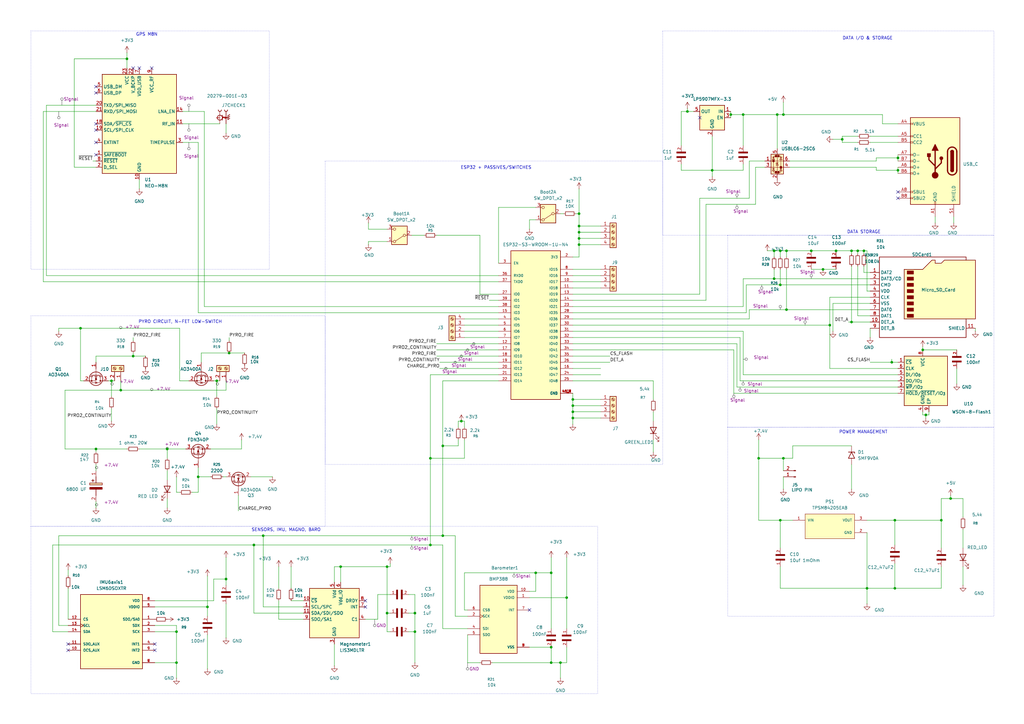
<source format=kicad_sch>
(kicad_sch (version 20250114) (generator "eeschema") (generator_version "9.0")
  (paper "A3")
  (title_block (title "Flight Computer") (date "2025-10-28") (rev "2.01") (company "TSK Rocket Labs"))
  (rectangle (start 298.45 96.52) (end 407.67 175.26) (stroke (width 0) (type dot)))
  (rectangle (start 12.7 12.7) (end 110.49 110.49) (stroke (width 0) (type dot)))
  (rectangle (start 133.35 66.04) (end 271.78 190.5) (stroke (width 0) (type dot)))
  (rectangle (start 298.45 175.26) (end 407.67 252.73) (stroke (width 0) (type dot)))
  (rectangle (start 12.7 215.9) (end 245.11 284.48) (stroke (width 0) (type dot)))
  (rectangle (start 271.78 12.7) (end 407.67 96.52) (stroke (width 0) (type dot)))
  (rectangle (start 12.7 129.54) (end 133.35 215.9) (stroke (width 0) (type dot)))
  (text "DATA I/O & STORAGE" (at 355.854 15.748 0) (effects (font (size 1.27 1.27))))
  (text "DATA STORAGE" (at 354.33 95.25 0) (effects (font (size 1.27 1.27))))
  (text "GPS M8N" (at 60.198 14.224 0) (effects (font (size 1.27 1.27))))
  (text "SENSORS, IMU, MAGNO, BARO" (at 117.348 217.424 0) (effects (font (size 1.27 1.27))))
  (text "PYRO CIRCUIT, N-FET LOW-SWITCH" (at 73.914 132.08 0) (effects (font (size 1.27 1.27))))
  (text "ESP32 + PASSIVES/SWITCHES" (at 203.454 68.834 0) (effects (font (size 1.27 1.27))))
  (text "POWER MANAGEMENT" (at 354.076 177.292 0) (effects (font (size 1.27 1.27))))
  (junction (at 234.95 166.37))
  (junction (at 321.31 187.96))
  (junction (at 378.46 143.51))
  (junction (at 379.73 170.18))
  (junction (at 139.7 232.41))
  (junction (at 332.74 102.87))
  (junction (at 232.41 245.11))
  (junction (at 85.09 248.92))
  (junction (at 170.18 251.46))
  (junction (at 158.75 232.41))
  (junction (at 234.95 168.91))
  (junction (at 317.5 114.3))
  (junction (at 368.3 69.85))
  (junction (at 226.06 234.95))
  (junction (at 365.76 148.59))
  (junction (at 33.02 134.62))
  (junction (at 49.53 160.02))
  (junction (at 237.49 87.63))
  (junction (at 318.77 46.99))
  (junction (at 39.37 184.15))
  (junction (at 52.07 24.13))
  (junction (at 88.9 156.21))
  (junction (at 349.25 132.08))
  (junction (at 237.49 100.33))
  (junction (at 234.95 163.83))
  (junction (at 320.04 116.84))
  (junction (at 389.89 204.47))
  (junction (at 226.06 271.78))
  (junction (at 170.18 259.08))
  (junction (at 181.61 219.71))
  (junction (at 367.03 213.36))
  (junction (at 92.71 237.49))
  (junction (at 354.33 102.87))
  (junction (at 93.98 144.78))
  (junction (at 181.61 182.88))
  (junction (at 340.36 133.35))
  (junction (at 337.5526 110.49))
  (junction (at 345.44 57.15))
  (junction (at 72.39 271.78))
  (junction (at 367.03 241.3))
  (junction (at 304.8 46.99))
  (junction (at 45.72 156.21))
  (junction (at 158.75 251.46))
  (junction (at 349.25 102.87))
  (junction (at 322.58 102.87))
  (junction (at 281.94 45.72))
  (junction (at 189.23 172.72))
  (junction (at 237.49 92.71))
  (junction (at 72.39 259.08))
  (junction (at 311.15 187.96))
  (junction (at 81.28 195.58))
  (junction (at 176.53 187.96))
  (junction (at 292.1 69.85))
  (junction (at 226.06 265.43))
  (junction (at 229.87 271.78))
  (junction (at 320.04 213.36))
  (junction (at 322.58 127))
  (junction (at 342.9 102.87))
  (junction (at 219.71 234.95))
  (junction (at 355.6 241.3))
  (junction (at 237.49 97.79))
  (junction (at 351.79 102.87))
  (junction (at 176.53 223.52))
  (junction (at 107.95 219.71))
  (junction (at 234.95 171.45))
  (junction (at 237.49 95.25))
  (junction (at 368.3 64.77))
  (junction (at 386.08 213.36))
  (junction (at 104.14 223.52))
  (junction (at 317.5 102.87))
  (junction (at 68.58 184.15))
  (junction (at 54.61 146.05))
  (junction (at 321.31 46.99))
  (junction (at 299.72 46.99))
  (junction (at 320.04 102.87))
  (no_connect (at 27.94 266.7))
  (no_connect (at 39.37 50.8))
  (no_connect (at 57.15 27.94))
  (no_connect (at 39.37 35.56))
  (no_connect (at 368.3 78.74))
  (no_connect (at 63.5 266.7))
  (no_connect (at 62.23 27.94))
  (no_connect (at 39.37 53.34))
  (no_connect (at 39.37 38.1))
  (no_connect (at 54.61 27.94))
  (no_connect (at 27.94 264.16))
  (no_connect (at 149.86 248.92))
  (no_connect (at 39.37 58.42))
  (no_connect (at 368.3 81.28))
  (no_connect (at 63.5 264.16))
  (no_connect (at 39.37 63.5))
  (no_connect (at 149.86 246.38))
  (no_connect (at 217.17 250.19))
  (no_connect (at 287.02 48.26))
  (wire (pts (xy 181.61 219.71) (xy 186.69 219.71)))
  (wire (pts (xy 246.38 163.83) (xy 234.95 163.83)))
  (wire (pts (xy 158.75 259.08) (xy 160.02 259.08)))
  (wire (pts (xy 196.85 120.65) (xy 204.47 120.65)))
  (wire (pts (xy 309.88 68.58) (xy 309.88 83.82)))
  (wire (pts (xy 30.48 24.13) (xy 52.07 24.13)))
  (wire (pts (xy 365.76 147.32) (xy 365.76 148.59)))
  (wire (pts (xy 93.98 138.43) (xy 93.98 139.7)))
  (wire (pts (xy 72.39 256.54) (xy 63.5 256.54)))
  (wire (pts (xy 170.18 251.46) (xy 170.18 259.08)))
  (wire (pts (xy 87.63 237.49) (xy 87.63 246.38)))
  (wire (pts (xy 232.41 271.78) (xy 229.87 271.78)))
  (wire (pts (xy 39.37 146.05) (xy 54.61 146.05)))
  (wire (pts (xy 320.04 102.87) (xy 322.58 102.87)))
  (wire (pts (xy 389.89 204.47) (xy 394.97 204.47)))
  (wire (pts (xy 72.39 278.13) (xy 72.39 271.78)))
  (wire (pts (xy 63.5 271.78) (xy 72.39 271.78)))
  (wire (pts (xy 342.9 102.87) (xy 349.25 102.87)))
  (wire (pts (xy 97.79 203.2) (xy 97.79 209.55)))
  (wire (pts (xy 24.13 256.54) (xy 27.94 256.54)))
  (wire (pts (xy 33.02 156.21) (xy 34.29 156.21)))
  (wire (pts (xy 383.54 88.9) (xy 383.54 91.44)))
  (wire (pts (xy 21.59 259.08) (xy 27.94 259.08)))
  (wire (pts (xy 304.8 46.99) (xy 304.8 59.69)))
  (wire (pts (xy 92.71 156.21) (xy 92.71 160.02)))
  (wire (pts (xy 386.08 204.47) (xy 386.08 213.36)))
  (wire (pts (xy 229.87 278.13) (xy 229.87 271.78)))
  (wire (pts (xy 356.87 138.43) (xy 356.87 134.62)))
  (wire (pts (xy 81.28 128.27) (xy 204.47 128.27)))
  (wire (pts (xy 246.38 166.37) (xy 234.95 166.37)))
  (wire (pts (xy 68.58 208.28) (xy 68.58 204.47)))
  (wire (pts (xy 237.49 77.47) (xy 237.49 87.63)))
  (wire (pts (xy 17.78 115.57) (xy 204.47 115.57)))
  (wire (pts (xy 349.25 104.14) (xy 349.25 102.87)))
  (wire (pts (xy 355.6 213.36) (xy 367.03 213.36)))
  (wire (pts (xy 234.95 161.29) (xy 234.95 163.83)))
  (wire (pts (xy 318.77 46.99) (xy 304.8 46.99)))
  (wire (pts (xy 19.05 43.18) (xy 39.37 43.18)))
  (wire (pts (xy 180.34 148.59) (xy 204.47 148.59)))
  (wire (pts (xy 351.79 104.14) (xy 351.79 102.87)))
  (wire (pts (xy 356.87 132.08) (xy 349.25 132.08)))
  (wire (pts (xy 347.98 132.08) (xy 349.25 132.08)))
  (wire (pts (xy 351.79 102.87) (xy 354.33 102.87)))
  (wire (pts (xy 284.48 45.72) (xy 281.94 45.72)))
  (wire (pts (xy 111.76 195.58) (xy 102.87 195.58)))
  (wire (pts (xy 307.34 81.28) (xy 287.02 81.28)))
  (wire (pts (xy 246.38 118.11) (xy 234.95 118.11)))
  (wire (pts (xy 234.95 128.27) (xy 306.07 128.27)))
  (wire (pts (xy 45.72 156.21) (xy 46.99 156.21)))
  (wire (pts (xy 91.44 195.58) (xy 92.71 195.58)))
  (wire (pts (xy 381 170.18) (xy 379.73 170.18)))
  (wire (pts (xy 158.75 232.41) (xy 139.7 232.41)))
  (wire (pts (xy 292.1 72.39) (xy 292.1 69.85)))
  (wire (pts (xy 219.71 234.95) (xy 219.71 242.57)))
  (wire (pts (xy 246.38 92.71) (xy 237.49 92.71)))
  (wire (pts (xy 189.23 172.72) (xy 190.5 172.72)))
  (wire (pts (xy 381 168.91) (xy 381 170.18)))
  (wire (pts (xy 160.02 231.14) (xy 160.02 232.41)))
  (wire (pts (xy 246.38 110.49) (xy 234.95 110.49)))
  (wire (pts (xy 234.95 143.51) (xy 300.99 143.51)))
  (wire (pts (xy 314.6926 102.87) (xy 317.5 102.87)))
  (wire (pts (xy 151.13 93.98) (xy 158.75 93.98)))
  (wire (pts (xy 379.73 171.45) (xy 379.73 170.18)))
  (wire (pts (xy 204.47 85.09) (xy 219.71 85.09)))
  (wire (pts (xy 104.14 223.52) (xy 104.14 251.46)))
  (wire (pts (xy 321.31 200.66) (xy 321.31 195.58)))
  (wire (pts (xy 85.09 252.73) (xy 85.09 248.92)))
  (wire (pts (xy 179.07 146.05) (xy 204.47 146.05)))
  (wire (pts (xy 386.08 241.3) (xy 367.03 241.3)))
  (wire (pts (xy 72.39 259.08) (xy 72.39 271.78)))
  (wire (pts (xy 237.49 87.63) (xy 237.49 92.71)))
  (wire (pts (xy 237.49 95.25) (xy 237.49 97.79)))
  (wire (pts (xy 107.95 248.92) (xy 124.46 248.92)))
  (wire (pts (xy 246.38 115.57) (xy 234.95 115.57)))
  (wire (pts (xy 355.6 102.87) (xy 355.6 119.38)))
  (wire (pts (xy 190.5 234.95) (xy 190.5 250.19)))
  (wire (pts (xy 299.72 46.99) (xy 304.8 46.99)))
  (wire (pts (xy 246.38 95.25) (xy 237.49 95.25)))
  (wire (pts (xy 158.75 232.41) (xy 158.75 251.46)))
  (wire (pts (xy 217.17 93.98) (xy 217.17 90.17)))
  (wire (pts (xy 337.5526 110.49) (xy 342.9 110.49)))
  (wire (pts (xy 139.7 232.41) (xy 137.16 232.41)))
  (wire (pts (xy 345.44 57.15) (xy 345.44 58.42)))
  (wire (pts (xy 391.16 91.44) (xy 391.16 88.9)))
  (wire (pts (xy 267.97 168.91) (xy 267.97 172.72)))
  (wire (pts (xy 355.6 218.44) (xy 355.6 241.3)))
  (wire (pts (xy 226.06 234.95) (xy 226.06 257.81)))
  (wire (pts (xy 311.15 187.96) (xy 311.15 213.36)))
  (wire (pts (xy 151.13 100.33) (xy 151.13 99.06)))
  (wire (pts (xy 39.37 146.05) (xy 39.37 148.59)))
  (wire (pts (xy 45.72 156.21) (xy 45.72 162.56)))
  (wire (pts (xy 236.22 87.63) (xy 237.49 87.63)))
  (wire (pts (xy 368.3 64.77) (xy 368.3 66.04)))
  (wire (pts (xy 368.3 50.8) (xy 361.95 50.8)))
  (wire (pts (xy 219.71 234.95) (xy 190.5 234.95)))
  (wire (pts (xy 321.31 46.99) (xy 361.95 46.99)))
  (wire (pts (xy 321.31 41.91) (xy 321.31 46.99)))
  (wire (pts (xy 44.45 156.21) (xy 45.72 156.21)))
  (wire (pts (xy 181.61 219.71) (xy 181.61 182.88)))
  (wire (pts (xy 107.95 219.71) (xy 107.95 248.92)))
  (wire (pts (xy 367.03 231.14) (xy 367.03 241.3)))
  (wire (pts (xy 158.75 232.41) (xy 160.02 232.41)))
  (wire (pts (xy 229.87 87.63) (xy 231.14 87.63)))
  (wire (pts (xy 307.34 66.04) (xy 307.34 81.28)))
  (wire (pts (xy 349.25 182.88) (xy 325.12 182.88)))
  (wire (pts (xy 88.9 156.21) (xy 88.9 162.56)))
  (wire (pts (xy 246.38 153.67) (xy 234.95 153.67)))
  (wire (pts (xy 389.89 204.47) (xy 386.08 204.47)))
  (wire (pts (xy 190.5 138.43) (xy 204.47 138.43)))
  (wire (pts (xy 307.34 127) (xy 322.58 127)))
  (wire (pts (xy 168.91 96.52) (xy 173.99 96.52)))
  (wire (pts (xy 114.3 232.41) (xy 114.3 241.3)))
  (wire (pts (xy 394.97 217.17) (xy 394.97 224.79)))
  (wire (pts (xy 323.85 68.58) (xy 359.41 68.58)))
  (wire (pts (xy 57.15 77.47) (xy 57.15 73.66)))
  (wire (pts (xy 85.09 274.32) (xy 85.09 260.35)))
  (wire (pts (xy 196.85 96.52) (xy 196.85 120.65)))
  (wire (pts (xy 287.02 81.28) (xy 287.02 120.65)))
  (wire (pts (xy 24.13 134.62) (xy 33.02 134.62)))
  (wire (pts (xy 320.04 110.49) (xy 320.04 116.84)))
  (wire (pts (xy 219.71 242.57) (xy 217.17 242.57)))
  (wire (pts (xy 309.88 68.58) (xy 313.69 68.58)))
  (wire (pts (xy 304.8 153.67) (xy 368.3 153.67)))
  (wire (pts (xy 204.47 153.67) (xy 176.53 153.67)))
  (wire (pts (xy 26.67 184.15) (xy 39.37 184.15)))
  (wire (pts (xy 27.94 233.68) (xy 27.94 236.22)))
  (wire (pts (xy 17.78 115.57) (xy 17.78 45.72)))
  (wire (pts (xy 179.07 143.51) (xy 204.47 143.51)))
  (wire (pts (xy 154.94 243.84) (xy 160.02 243.84)))
  (wire (pts (xy 73.66 156.21) (xy 77.47 156.21)))
  (wire (pts (xy 237.49 97.79) (xy 237.49 100.33)))
  (wire (pts (xy 229.87 271.78) (xy 226.06 271.78)))
  (wire (pts (xy 176.53 153.67) (xy 176.53 187.96)))
  (wire (pts (xy 302.26 158.75) (xy 368.3 158.75)))
  (wire (pts (xy 81.28 195.58) (xy 86.36 195.58)))
  (wire (pts (xy 306.07 116.84) (xy 306.07 128.27)))
  (wire (pts (xy 52.07 21.59) (xy 52.07 24.13)))
  (wire (pts (xy 354.33 102.87) (xy 354.33 104.14)))
  (wire (pts (xy 234.95 146.05) (xy 250.19 146.05)))
  (wire (pts (xy 176.53 223.52) (xy 181.61 223.52)))
  (wire (pts (xy 279.4 69.85) (xy 279.4 67.31)))
  (wire (pts (xy 378.46 168.91) (xy 378.46 170.18)))
  (wire (pts (xy 154.94 243.84) (xy 154.94 254)))
  (wire (pts (xy 19.05 43.18) (xy 19.05 113.03)))
  (wire (pts (xy 26.67 160.02) (xy 26.67 184.15)))
  (wire (pts (xy 340.36 151.13) (xy 368.3 151.13)))
  (wire (pts (xy 187.96 172.72) (xy 189.23 172.72)))
  (wire (pts (xy 246.38 171.45) (xy 234.95 171.45)))
  (wire (pts (xy 386.08 213.36) (xy 386.08 224.79)))
  (wire (pts (xy 74.93 45.72) (xy 83.82 45.72)))
  (wire (pts (xy 33.02 134.62) (xy 73.66 134.62)))
  (wire (pts (xy 167.64 251.46) (xy 170.18 251.46)))
  (wire (pts (xy 321.31 187.96) (xy 321.31 193.04)))
  (wire (pts (xy 355.6 247.65) (xy 355.6 241.3)))
  (wire (pts (xy 114.3 254) (xy 124.46 254)))
  (wire (pts (xy 345.44 57.15) (xy 341.63 57.15)))
  (wire (pts (xy 281.94 45.72) (xy 279.4 45.72)))
  (wire (pts (xy 304.8 114.3) (xy 304.8 125.73)))
  (wire (pts (xy 361.95 46.99) (xy 361.95 50.8)))
  (wire (pts (xy 217.17 90.17) (xy 219.71 90.17)))
  (wire (pts (xy 52.07 24.13) (xy 52.07 27.94)))
  (wire (pts (xy 246.38 168.91) (xy 234.95 168.91)))
  (wire (pts (xy 234.95 120.65) (xy 287.02 120.65)))
  (wire (pts (xy 365.76 148.59) (xy 368.3 148.59)))
  (wire (pts (xy 367.03 213.36) (xy 367.03 223.52)))
  (wire (pts (xy 311.15 187.96) (xy 321.31 187.96)))
  (wire (pts (xy 180.34 151.13) (xy 204.47 151.13)))
  (wire (pts (xy 307.34 66.04) (xy 313.69 66.04)))
  (wire (pts (xy 201.93 271.78) (xy 226.06 271.78)))
  (wire (pts (xy 119.38 232.41) (xy 119.38 241.3)))
  (wire (pts (xy 234.95 138.43) (xy 303.53 138.43)))
  (wire (pts (xy 39.37 190.5) (xy 39.37 193.04)))
  (wire (pts (xy 368.3 63.5) (xy 368.3 64.77)))
  (wire (pts (xy 246.38 151.13) (xy 234.95 151.13)))
  (wire (pts (xy 304.8 135.89) (xy 304.8 153.67)))
  (wire (pts (xy 359.41 69.85) (xy 368.3 69.85)))
  (wire (pts (xy 237.49 92.71) (xy 237.49 95.25)))
  (wire (pts (xy 139.7 232.41) (xy 139.7 238.76)))
  (wire (pts (xy 17.78 45.72) (xy 39.37 45.72)))
  (wire (pts (xy 351.79 129.54) (xy 356.87 129.54)))
  (wire (pts (xy 87.63 156.21) (xy 88.9 156.21)))
  (wire (pts (xy 359.41 68.58) (xy 359.41 69.85)))
  (wire (pts (xy 27.94 241.3) (xy 27.94 254)))
  (wire (pts (xy 289.56 83.82) (xy 289.56 123.19)))
  (wire (pts (xy 349.25 102.87) (xy 351.79 102.87)))
  (wire (pts (xy 191.77 260.35) (xy 191.77 271.78)))
  (wire (pts (xy 151.13 99.06) (xy 158.75 99.06)))
  (wire (pts (xy 232.41 245.11) (xy 232.41 257.81)))
  (wire (pts (xy 325.12 182.88) (xy 325.12 187.96)))
  (wire (pts (xy 345.44 55.88) (xy 345.44 57.15)))
  (wire (pts (xy 167.64 259.08) (xy 170.18 259.08)))
  (wire (pts (xy 68.58 193.04) (xy 68.58 196.85)))
  (wire (pts (xy 30.48 68.58) (xy 30.48 24.13)))
  (wire (pts (xy 190.5 135.89) (xy 204.47 135.89)))
  (wire (pts (xy 359.41 64.77) (xy 368.3 64.77)))
  (wire (pts (xy 234.95 168.91) (xy 234.95 171.45)))
  (wire (pts (xy 179.07 140.97) (xy 204.47 140.97)))
  (wire (pts (xy 181.61 156.21) (xy 204.47 156.21)))
  (wire (pts (xy 93.98 144.78) (xy 100.33 144.78)))
  (wire (pts (xy 99.06 180.34) (xy 99.06 184.15)))
  (wire (pts (xy 190.5 187.96) (xy 190.5 180.34)))
  (wire (pts (xy 304.8 67.31) (xy 304.8 69.85)))
  (wire (pts (xy 191.77 271.78) (xy 196.85 271.78)))
  (wire (pts (xy 176.53 187.96) (xy 176.53 223.52)))
  (wire (pts (xy 24.13 219.71) (xy 24.13 256.54)))
  (wire (pts (xy 217.17 245.11) (xy 232.41 245.11)))
  (wire (pts (xy 81.28 201.93) (xy 81.28 195.58)))
  (wire (pts (xy 83.82 125.73) (xy 204.47 125.73)))
  (wire (pts (xy 151.13 91.44) (xy 151.13 93.98)))
  (wire (pts (xy 39.37 184.15) (xy 39.37 185.42)))
  (wire (pts (xy 87.63 237.49) (xy 92.71 237.49)))
  (wire (pts (xy 88.9 156.21) (xy 90.17 156.21)))
  (wire (pts (xy 39.37 205.74) (xy 39.37 208.28)))
  (wire (pts (xy 368.3 68.58) (xy 368.3 69.85)))
  (wire (pts (xy 104.14 223.52) (xy 176.53 223.52)))
  (wire (pts (xy 320.04 241.3) (xy 355.6 241.3)))
  (wire (pts (xy 307.34 127) (xy 307.34 130.81)))
  (wire (pts (xy 30.48 68.58) (xy 39.37 68.58)))
  (wire (pts (xy 320.04 213.36) (xy 320.04 224.79)))
  (wire (pts (xy 68.58 187.96) (xy 68.58 184.15)))
  (wire (pts (xy 217.17 265.43) (xy 226.06 265.43)))
  (wire (pts (xy 190.5 250.19) (xy 191.77 250.19)))
  (wire (pts (xy 114.3 246.38) (xy 114.3 254)))
  (wire (pts (xy 167.64 243.84) (xy 170.18 243.84)))
  (wire (pts (xy 72.39 256.54) (xy 72.39 259.08)))
  (wire (pts (xy 322.58 102.87) (xy 332.74 102.87)))
  (wire (pts (xy 234.95 140.97) (xy 302.26 140.97)))
  (wire (pts (xy 246.38 97.79) (xy 237.49 97.79)))
  (wire (pts (xy 299.72 45.72) (xy 299.72 46.99)))
  (wire (pts (xy 158.75 251.46) (xy 160.02 251.46)))
  (wire (pts (xy 181.61 257.81) (xy 191.77 257.81)))
  (wire (pts (xy 154.94 254) (xy 149.86 254)))
  (wire (pts (xy 87.63 246.38) (xy 63.5 246.38)))
  (wire (pts (xy 85.09 248.92) (xy 63.5 248.92)))
  (wire (pts (xy 317.5 102.87) (xy 317.5 105.41)))
  (wire (pts (xy 181.61 182.88) (xy 187.96 182.88)))
  (wire (pts (xy 33.02 134.62) (xy 33.02 156.21)))
  (wire (pts (xy 54.61 138.43) (xy 54.61 139.7)))
  (wire (pts (xy 354.33 111.76) (xy 354.33 109.22)))
  (wire (pts (xy 81.28 128.27) (xy 81.28 58.42)))
  (wire (pts (xy 400.05 134.62) (xy 400.05 135.89)))
  (wire (pts (xy 332.74 110.49) (xy 337.5526 110.49)))
  (wire (pts (xy 63.5 259.08) (xy 72.39 259.08)))
  (wire (pts (xy 250.19 148.59) (xy 234.95 148.59)))
  (wire (pts (xy 57.15 184.15) (xy 68.58 184.15)))
  (wire (pts (xy 226.06 234.95) (xy 219.71 234.95)))
  (wire (pts (xy 26.67 160.02) (xy 49.53 160.02)))
  (wire (pts (xy 246.38 100.33) (xy 237.49 100.33)))
  (wire (pts (xy 81.28 195.58) (xy 81.28 191.77)))
  (wire (pts (xy 378.46 170.18) (xy 379.73 170.18)))
  (wire (pts (xy 38.1 66.04) (xy 39.37 66.04)))
  (wire (pts (xy 325.12 187.96) (xy 321.31 187.96)))
  (wire (pts (xy 267.97 185.42) (xy 267.97 180.34)))
  (wire (pts (xy 246.38 113.03) (xy 234.95 113.03)))
  (wire (pts (xy 39.37 184.15) (xy 52.07 184.15)))
  (wire (pts (xy 317.5 102.87) (xy 320.04 102.87)))
  (wire (pts (xy 317.5 114.3) (xy 356.87 114.3)))
  (wire (pts (xy 88.9 167.64) (xy 88.9 173.99)))
  (wire (pts (xy 320.04 102.87) (xy 320.04 105.41)))
  (wire (pts (xy 279.4 69.85) (xy 292.1 69.85)))
  (wire (pts (xy 72.39 201.93) (xy 72.39 195.58)))
  (wire (pts (xy 82.55 144.78) (xy 93.98 144.78)))
  (wire (pts (xy 345.44 58.42) (xy 351.79 58.42)))
  (wire (pts (xy 45.72 167.64) (xy 45.72 172.72)))
  (wire (pts (xy 351.79 109.22) (xy 351.79 129.54)))
  (wire (pts (xy 345.44 55.88) (xy 351.79 55.88)))
  (wire (pts (xy 92.71 228.6) (xy 92.71 237.49)))
  (wire (pts (xy 176.53 187.96) (xy 190.5 187.96)))
  (wire (pts (xy 107.95 219.71) (xy 181.61 219.71)))
  (wire (pts (xy 234.95 130.81) (xy 307.34 130.81)))
  (wire (pts (xy 73.66 134.62) (xy 73.66 156.21)))
  (wire (pts (xy 187.96 175.26) (xy 187.96 172.72)))
  (wire (pts (xy 204.47 123.19) (xy 200.66 123.19)))
  (wire (pts (xy 311.15 180.34) (xy 311.15 187.96)))
  (wire (pts (xy 317.5 110.49) (xy 317.5 114.3)))
  (wire (pts (xy 340.36 121.92) (xy 356.87 121.92)))
  (wire (pts (xy 190.5 172.72) (xy 190.5 175.26)))
  (wire (pts (xy 49.53 160.02) (xy 92.71 160.02)))
  (wire (pts (xy 204.47 85.09) (xy 204.47 107.95)))
  (wire (pts (xy 267.97 156.21) (xy 267.97 163.83)))
  (wire (pts (xy 392.43 143.51) (xy 378.46 143.51)))
  (wire (pts (xy 83.82 45.72) (xy 83.82 125.73)))
  (wire (pts (xy 237.49 100.33) (xy 237.49 105.41)))
  (wire (pts (xy 119.38 246.38) (xy 124.46 246.38)))
  (wire (pts (xy 181.61 223.52) (xy 181.61 257.81)))
  (wire (pts (xy 190.5 130.81) (xy 204.47 130.81)))
  (wire (pts (xy 356.87 58.42) (xy 368.3 58.42)))
  (wire (pts (xy 349.25 132.08) (xy 349.25 109.22)))
  (wire (pts (xy 332.74 102.87) (xy 342.9 102.87)))
  (wire (pts (xy 289.56 123.19) (xy 234.95 123.19)))
  (wire (pts (xy 289.56 83.82) (xy 309.88 83.82)))
  (wire (pts (xy 158.75 251.46) (xy 158.75 259.08)))
  (wire (pts (xy 356.87 148.59) (xy 365.76 148.59)))
  (wire (pts (xy 311.15 213.36) (xy 320.04 213.36)))
  (wire (pts (xy 104.14 251.46) (xy 124.46 251.46)))
  (wire (pts (xy 299.72 46.99) (xy 299.72 48.26)))
  (wire (pts (xy 234.95 135.89) (xy 304.8 135.89)))
  (wire (pts (xy 232.41 228.6) (xy 232.41 245.11)))
  (wire (pts (xy 322.58 127) (xy 356.87 127)))
  (wire (pts (xy 74.93 58.42) (xy 81.28 58.42)))
  (wire (pts (xy 340.36 121.92) (xy 340.36 133.35)))
  (wire (pts (xy 137.16 273.05) (xy 137.16 264.16)))
  (wire (pts (xy 368.3 69.85) (xy 368.3 71.12)))
  (wire (pts (xy 394.97 240.03) (xy 394.97 232.41)))
  (wire (pts (xy 54.61 144.78) (xy 54.61 146.05)))
  (wire (pts (xy 137.16 232.41) (xy 137.16 238.76)))
  (wire (pts (xy 170.18 243.84) (xy 170.18 251.46)))
  (wire (pts (xy 318.77 46.99) (xy 318.77 60.96)))
  (wire (pts (xy 190.5 133.35) (xy 204.47 133.35)))
  (wire (pts (xy 234.95 156.21) (xy 267.97 156.21)))
  (wire (pts (xy 303.53 156.21) (xy 303.53 138.43)))
  (wire (pts (xy 186.69 219.71) (xy 186.69 252.73)))
  (wire (pts (xy 341.63 124.46) (xy 356.87 124.46)))
  (wire (pts (xy 279.4 59.69) (xy 279.4 45.72)))
  (wire (pts (xy 356.87 111.76) (xy 354.33 111.76)))
  (wire (pts (xy 49.53 156.21) (xy 49.53 160.02)))
  (wire (pts (xy 355.6 119.38) (xy 356.87 119.38)))
  (wire (pts (xy 340.36 133.35) (xy 340.36 151.13)))
  (wire (pts (xy 234.95 171.45) (xy 234.95 173.99)))
  (wire (pts (xy 226.06 265.43) (xy 226.06 271.78)))
  (wire (pts (xy 318.77 46.99) (xy 321.31 46.99)))
  (wire (pts (xy 389.89 203.2) (xy 389.89 204.47)))
  (wire (pts (xy 186.69 252.73) (xy 191.77 252.73)))
  (wire (pts (xy 302.26 158.75) (xy 302.26 140.97)))
  (wire (pts (xy 68.58 184.15) (xy 76.2 184.15)))
  (wire (pts (xy 104.14 223.52) (xy 21.59 223.52)))
  (wire (pts (xy 234.95 133.35) (xy 340.36 133.35)))
  (wire (pts (xy 179.07 96.52) (xy 196.85 96.52)))
  (wire (pts (xy 78.74 201.93) (xy 81.28 201.93)))
  (wire (pts (xy 92.71 261.62) (xy 92.71 247.65)))
  (wire (pts (xy 341.63 124.46) (xy 341.63 135.89)))
  (wire (pts (xy 320.04 232.41) (xy 320.04 241.3)))
  (wire (pts (xy 226.06 228.6) (xy 226.06 234.95)))
  (wire (pts (xy 181.61 156.21) (xy 181.61 182.88)))
  (wire (pts (xy 232.41 265.43) (xy 232.41 271.78)))
  (wire (pts (xy 54.61 146.05) (xy 59.69 146.05)))
  (wire (pts (xy 378.46 142.24) (xy 378.46 143.51)))
  (wire (pts (xy 320.04 213.36) (xy 325.12 213.36)))
  (wire (pts (xy 320.04 116.84) (xy 356.87 116.84)))
  (wire (pts (xy 170.18 259.08) (xy 170.18 271.78)))
  (wire (pts (xy 234.95 166.37) (xy 234.95 168.91)))
  (wire (pts (xy 281.94 44.45) (xy 281.94 45.72)))
  (wire (pts (xy 85.09 236.22) (xy 85.09 248.92)))
  (wire (pts (xy 354.33 102.87) (xy 355.6 102.87)))
  (wire (pts (xy 24.13 219.71) (xy 107.95 219.71)))
  (wire (pts (xy 349.25 190.5) (xy 349.25 200.66)))
  (wire (pts (xy 292.1 55.88) (xy 292.1 69.85)))
  (wire (pts (xy 234.95 163.83) (xy 234.95 166.37)))
  (wire (pts (xy 187.96 182.88) (xy 187.96 180.34)))
  (wire (pts (xy 21.59 223.52) (xy 21.59 259.08)))
  (wire (pts (xy 304.8 114.3) (xy 317.5 114.3)))
  (wire (pts (xy 92.71 240.03) (xy 92.71 237.49)))
  (wire (pts (xy 99.06 184.15) (xy 86.36 184.15)))
  (wire (pts (xy 72.39 201.93) (xy 73.66 201.93)))
  (wire (pts (xy 386.08 232.41) (xy 386.08 241.3)))
  (wire (pts (xy 74.93 50.8) (xy 90.17 50.8)))
  (wire (pts (xy 300.99 143.51) (xy 300.99 161.29)))
  (wire (pts (xy 303.53 156.21) (xy 368.3 156.21)))
  (wire (pts (xy 306.07 116.84) (xy 320.04 116.84)))
  (wire (pts (xy 19.05 113.03) (xy 204.47 113.03)))
  (wire (pts (xy 234.95 105.41) (xy 237.49 105.41)))
  (wire (pts (xy 292.1 69.85) (xy 304.8 69.85)))
  (wire (pts (xy 392.43 151.13) (xy 392.43 157.48)))
  (wire (pts (xy 394.97 204.47) (xy 394.97 212.09)))
  (wire (pts (xy 322.58 110.49) (xy 322.58 127)))
  (wire (pts (xy 323.85 66.04) (xy 359.41 66.04)))
  (wire (pts (xy 367.03 241.3) (xy 355.6 241.3)))
  (wire (pts (xy 356.87 55.88) (xy 368.3 55.88)))
  (wire (pts (xy 300.99 161.29) (xy 368.3 161.29)))
  (wire (pts (xy 234.95 125.73) (xy 304.8 125.73)))
  (wire (pts (xy 24.13 135.89) (xy 24.13 134.62)))
  (wire (pts (xy 82.55 148.59) (xy 82.55 144.78)))
  (wire (pts (xy 367.03 213.36) (xy 386.08 213.36)))
  (wire (pts (xy 359.41 66.04) (xy 359.41 64.77)))
  (wire (pts (xy 92.71 50.8) (xy 92.71 54.61)))
  (wire (pts (xy 322.58 102.87) (xy 322.58 105.41)))
  (label "PYRO_CONTINUITY" (at 88.9 170.18 0))
  (label "PYRO_FIRE" (at 93.98 138.43 0))
  (label "DET_A" (at 347.98 132.08 180))
  (label "~{RESET}" (at 200.66 123.19 180))
  (label "CS_FLASH" (at 356.87 148.59 180))
  (label "PYRO_FIRE" (at 179.07 146.05 180))
  (label "CHARGE_PYRO" (at 97.79 209.55 0))
  (label "PYRO_CONTINUITY" (at 180.34 148.59 180))
  (label "PYRO2_FIRE" (at 54.61 138.43 0))
  (label "CS_FLASH" (at 250.19 146.05 0))
  (label "PYRO2_CONTINUITY" (at 179.07 143.51 180))
  (label "PYRO2_CONTINUITY" (at 45.72 171.45 180))
  (label "DET_A" (at 250.19 148.59 0))
  (label "PYRO2_FIRE" (at 179.07 140.97 180))
  (label "CHARGE_PYRO" (at 180.34 151.13 180))
  (label "~{RESET}" (at 38.1 66.04 180))
  (netclass_flag "" (length 2.54) (shape round) (at 77.47 58.42 180) (property "Netclass" "Signal" (at 75.438 64.008 0) (effects (justify left))))
  (netclass_flag "" (length 0.254) (shape round) (at 39.37 191.77 270) (property "Netclass" "+7.4V" (at 48.514 190.754 0) (effects (justify right))))
  (netclass_flag "" (length 1.27) (shape round) (at 168.91 223.52 180) (property "Netclass" "Signal" (at 169.6085 224.79 0) (effects (justify left))))
  (netclass_flag "" (length 1.27) (shape round) (at 300.99 161.29 180) (property "Netclass" "Signal" (at 299.466 164.084 0) (effects (justify left))))
  (netclass_flag "" (length 1.27) (shape round) (at 304.8 156.21 180) (property "Netclass" "Signal" (at 306.578 157.48 0) (effects (justify left))))
  (netclass_flag "" (length 2.54) (shape round) (at 25.4 43.18 0) (property "Netclass" "Signal" (at 26.0985 40.64 0) (effects (justify left))))
  (netclass_flag "" (length 0.0254) (shape round) (at 186.69 148.59 180) (property "Netclass" "Signal" (at 185.166 149.86 0) (effects (justify left))))
  (netclass_flag "" (length 0.254) (shape round) (at 88.9 157.48 270) (property "Netclass" "+7.4V" (at 98.044 156.464 0) (effects (justify right))))
  (netclass_flag "" (length 0.0254) (shape round) (at 191.77 143.51 180) (property "Netclass" "Signal" (at 190.246 144.78 0) (effects (justify left))))
  (netclass_flag "" (length 0.254) (shape round) (at 62.23 160.02 0) (property "Netclass" "+7.4V" (at 64.008 159.512 0) (effects (justify left))))
  (netclass_flag "" (length 0.0254) (shape round) (at 182.88 151.13 180) (property "Netclass" "Signal" (at 181.356 152.4 0) (effects (justify left))))
  (netclass_flag "" (length 2.54) (shape round) (at 77.47 50.8 180) (property "Netclass" "Signal" (at 75.438 56.388 0) (effects (justify left))))
  (netclass_flag "" (length 1.27) (shape round) (at 320.04 127 0) (property "Netclass" "Signal" (at 314.96 125.476 0) (effects (justify right))))
  (netclass_flag "" (length 1.27) (shape round) (at 302.26 83.82 180) (property "Netclass" "Signal" (at 300.736 86.614 0) (effects (justify left))))
  (netclass_flag "" (length 1.27) (shape round) (at 303.53 158.75 180) (property "Netclass" "Signal" (at 305.054 160.274 0) (effects (justify left))))
  (netclass_flag "" (length 0.254) (shape round) (at 39.37 207.01 270) (property "Netclass" "+7.4V" (at 48.514 205.994 0) (effects (justify right))))
  (netclass_flag "" (length 1.27) (shape round) (at 332.74 114.3 0) (property "Netclass" "Signal" (at 334.264 111.506 0) (effects (justify right))))
  (netclass_flag "" (length 0.254) (shape round) (at 68.58 184.15 0) (property "Netclass" "+7.4V" (at 67.564 182.118 0) (effects (justify left))))
  (netclass_flag "" (length 1.27) (shape round) (at 302.26 81.28 0) (property "Netclass" "Signal" (at 303.784 78.486 0) (effects (justify right))))
  (netclass_flag "" (length 2.54) (shape round) (at 77.47 45.72 0) (property "Netclass" "Signal" (at 79.502 40.132 0) (effects (justify right))))
  (netclass_flag "" (length 2.54) (shape round) (at 153.67 254 180) (property "Netclass" "GND" (at 154.3685 256.54 0) (effects (justify left))))
  (netclass_flag "" (length 2.54) (shape round) (at 191.77 271.78 180) (property "Netclass" "GND" (at 192.4685 274.32 0) (effects (justify left))))
  (netclass_flag "" (length 1.27) (shape round) (at 168.91 219.71 180) (property "Netclass" "Signal" (at 169.6085 220.98 0) (effects (justify left))))
  (netclass_flag "" (length 0.0254) (shape round) (at 189.23 146.05 180) (property "Netclass" "Signal" (at 187.706 147.32 0) (effects (justify left))))
  (netclass_flag "" (length 0.254) (shape round) (at 45.72 157.48 270) (property "Netclass" "+7.4V" (at 54.864 156.464 0) (effects (justify right))))
  (netclass_flag "" (length 0.0254) (shape round) (at 194.31 140.97 180) (property "Netclass" "Signal" (at 192.786 142.24 0) (effects (justify left))))
  (netclass_flag "" (length 1.27) (shape round) (at 210.82 234.95 180) (property "Netclass" "Signal" (at 211.5185 236.22 0) (effects (justify left))))
  (netclass_flag "" (length 1.27) (shape round) (at 330.2 133.35 0) (property "Netclass" "Signal" (at 331.724 130.556 0) (effects (justify right))))
  (netclass_flag "" (length 1.27) (shape round) (at 304.8 147.32 270) (property "Netclass" "Signal" (at 309.118 146.558 0) (effects (justify left))))
  (netclass_flag "" (length 0.254) (shape round) (at 49.53 134.62 0) (property "Netclass" "+7.4V" (at 51.308 134.112 0) (effects (justify left))))
  (netclass_flag "" (length 2.54) (shape round) (at 24.13 45.72 180) (property "Netclass" "Signal" (at 22.098 51.308 0) (effects (justify left))))
  (netclass_flag "" (length 1.27) (shape round) (at 312.42 116.84 180) (property "Netclass" "Signal" (at 310.896 119.634 0) (effects (justify left))))
  (symbol (lib_id "power:GND") (at 341.63 57.15 270) (mirror x) (unit 1)
    (property "Reference" "#PWR011" (effects (hide yes)))
    (property "Value" "GND" (at 340.868 54.102 90) (effects (justify right)))
    (property "Description" "Power symbol creates a global label with name \"GND\" , ground" (effects (hide yes)))
  )
  (symbol (lib_id "Device:R_Small") (at 354.33 58.42 90) (unit 1)
    (property "Reference" "R1" (at 351.282 61.214 90) (effects (font (size 1.016 1.016))))
    (property "Value" "5.1k" (at 356.87 61.468 90))
    (property "Footprint" "Resistor:R0402" (effects (hide yes)))
    (property "Description" "Resistor, small symbol" (effects (hide yes)))
  )
  (symbol (lib_id "power:GND") (at 57.15 77.47 0) (unit 1)
    (property "Reference" "#PWR037" (effects (hide yes)))
    (property "Value" "GND" (at 57.15 82.55 0))
    (property "Description" "Power symbol creates a global label with name \"GND\" , ground" (effects (hide yes)))
  )
  (symbol (lib_id "power:GND") (at 337.5526 110.49 0) (unit 1)
    (property "Reference" "#PWR051" (effects (hide yes)))
    (property "Value" "GND" (at 341.8706 112.014 0))
    (property "Description" "Power symbol creates a global label with name \"GND\" , ground" (effects (hide yes)))
  )
  (symbol (lib_id "Device:R_Small") (at 322.58 107.95 180) (unit 1)
    (property "Reference" "R27" (at 325.12 106.6799 0) (effects (font (size 1.016 1.016)) (justify right)))
    (property "Value" "10k" (at 325.12 109.2199 0) (effects (justify right)))
    (property "Footprint" "Resistor:R0402" (effects (hide yes)))
    (property "Description" "Resistor, small symbol" (effects (hide yes)))
  )
  (symbol (lib_id "power:GND") (at 85.09 274.32 0) (unit 1)
    (property "Reference" "#PWR048" (effects (hide yes)))
    (property "Value" "GND" (at 87.63 275.5899 0) (effects (justify left)))
    (property "Description" "Power symbol creates a global label with name \"GND\" , ground" (effects (hide yes)))
  )
  (symbol (lib_id "Device:R_Small") (at 39.37 187.96 0) (mirror x) (unit 1)
    (property "Reference" "R22" (at 34.798 186.69 0) (effects (font (size 1.016 1.016))))
    (property "Value" "147" (at 34.544 188.468 0))
    (property "Footprint" "Resistor:R0402" (effects (hide yes)))
    (property "Description" "Resistor, small symbol" (effects (hide yes)))
  )
  (symbol (lib_id "Connector:Screw_Terminal_01x04") (at 251.46 113.03 0) (unit 1)
    (property "Reference" "J9" (at 250.952 107.696 0) (effects (justify left)))
    (property "Value" "MX128-5.0-04P-GN01-Cu-Y-A" (effects (hide yes)))
    (property "Footprint" "TerminalBlock:TerminalBlock_MaiXu_MX126-5.0-04P_1x04_P5.00mm" (effects (hide yes)))
    (property "Description" "Generic screw terminal, single row, 01x04, script generated (kicad-library-utils/schlib/autogen/connector/)" (effects (hide yes)))
  )
  (symbol (lib_id "power:GND") (at 170.18 271.78 0) (unit 1)
    (property "Reference" "#PWR03" (effects (hide yes)))
    (property "Value" "GND" (at 170.18 276.86 0))
    (property "Description" "Power symbol creates a global label with name \"GND\" , ground" (effects (hide yes)))
  )
  (symbol (lib_id "power:+5V") (at 321.31 41.91 0) (mirror y) (unit 1)
    (property "Reference" "#PWR012" (effects (hide yes)))
    (property "Value" "+5V" (at 318.77 40.6399 0) (effects (justify left)))
    (property "Description" "Power symbol creates a global label with name \"+5V\"" (effects (hide yes)))
  )
  (symbol (lib_id "Device:R_Small") (at 76.2 201.93 270) (mirror x) (unit 1)
    (property "Reference" "R24" (at 76.2 196.85 90) (effects (font (size 1.016 1.016))))
    (property "Value" "10k" (at 76.2 199.39 90))
    (property "Footprint" "Resistor:R0402" (effects (hide yes)))
    (property "Description" "Resistor, small symbol" (effects (hide yes)))
  )
  (symbol (lib_id "power:+3V3") (at 189.23 172.72 0) (unit 1)
    (property "Reference" "#PWR030" (effects (hide yes)))
    (property "Value" "+3V3" (at 193.294 170.942 0))
    (property "Description" "Power symbol creates a global label with name \"+3V3\"" (effects (hide yes)))
  )
  (symbol (lib_id "power:GND") (at 92.71 261.62 0) (unit 1)
    (property "Reference" "#PWR022" (effects (hide yes)))
    (property "Value" "GND" (at 95.25 262.8899 0) (effects (justify left)))
    (property "Description" "Power symbol creates a global label with name \"GND\" , ground" (effects (hide yes)))
  )
  (symbol (lib_id "Device:R_Small") (at 100.33 147.32 0) (mirror x) (unit 1)
    (property "Reference" "R16" (at 104.648 146.558 0) (effects (font (size 1.016 1.016))))
    (property "Value" "10k" (at 104.394 148.336 0))
    (property "Footprint" "Resistor:R0402" (effects (hide yes)))
    (property "Description" "Resistor, small symbol" (effects (hide yes)))
  )
  (symbol (lib_id "MCASE168SB7105MTNA01:MCASE168SB7105MTNA01") (at 85.09 257.81 90) (unit 1)
    (property "Reference" "C5" (at 79.756 260.35 90) (effects (justify right)))
    (property "Value" "100nF" (at 78.232 262.89 90) (effects (justify right)))
    (property "Footprint" "Capacitor:CAPC1608X90N" (effects (hide yes)))
    (property "MF" "Taiyo Yuden" (effects (hide yes)))
    (property "MAXIMUM_PACKAGE_HEIGHT" "0.9mm" (effects (hide yes)))
    (property "Package" "0603-2 TAIYO" (effects (hide yes)))
    (property "Price" "None" (effects (hide yes)))
    (property "Check_prices" "https://www.snapeda.com/parts/MCASE168SB7105MTNA01/Taiyo+Yuden/view-part/?ref=eda" (effects (hide yes)))
    (property "STANDARD" "IPC-7351B" (effects (hide yes)))
    (property "PARTREV" "NA" (effects (hide yes)))
    (property "SnapEDA_Link" "https://www.snapeda.com/parts/MCASE168SB7105MTNA01/Taiyo+Yuden/view-part/?ref=snap" (effects (hide yes)))
    (property "MP" "MCASE168SB7105MTNA01" (effects (hide yes)))
    (property "Description_1" "1uF 16V 20% Multilayer Ceramic Capacitor X7R 0603 (1608 Metric)" (effects (hide yes)))
    (property "Availability" "In Stock" (effects (hide yes)))
    (property "MANUFACTURER" "Taiyo Yuden" (effects (hide yes)))
  )
  (symbol (lib_id "Memory_Flash:W25Q128JVE") (at 378.46 156.21 0) (unit 1)
    (property "Reference" "WSON-8-Flash1" (at 390.398 168.9099 0) (effects (justify left)))
    (property "Value" "U10" (at 395.224 165.608 0) (effects (justify left)))
    (property "Footprint" "Package_SON:WSON-8-1EP_8x6mm_P1.27mm_EP3.4x4.3mm" (effects (hide yes)))
    (property "Datasheet" "https://www.winbond.com/resource-files/w25q128jv_dtr%20revc%2003272018%20plus.pdf" (effects (hide yes)))
    (property "Description" "128Mbit / 16MiB Serial Flash Memory, Standard/Dual/Quad SPI, 2.7-3.6V, WSON-8" (effects (hide yes)))
  )
  (symbol (lib_id "Device:R_Small") (at 199.39 271.78 270) (unit 1)
    (property "Reference" "R21" (at 201.422 278.638 90) (effects (font (size 1.016 1.016))))
    (property "Value" "10k" (at 201.676 280.924 90))
    (property "Footprint" "Resistor:R0402" (effects (hide yes)))
    (property "Description" "Resistor, small symbol" (effects (hide yes)))
  )
  (symbol (lib_id "power:GND") (at 72.39 278.13 0) (unit 1)
    (property "Reference" "#PWR01" (effects (hide yes)))
    (property "Value" "GND" (at 67.31 278.13 0) (effects (justify left)))
    (property "Description" "Power symbol creates a global label with name \"GND\" , ground" (effects (hide yes)))
  )
  (symbol (lib_id "ESP32-S3-WROOM-1U:ESP32-S3-WROOM-1U") (at 219.71 133.35 0) (unit 1)
    (property "Reference" "ESP32S3" (effects (hide yes)))
    (property "Value" "ESP32-S3-WROOM-1U-N4" (at 219.71 100.33 0))
    (property "Footprint" "RF_Module:ESP32-S3-WROOM-1U" (effects (hide yes)))
    (property "MF" "Espressif Systems" (effects (hide yes)))
    (property "MAXIMUM_PACKAGE_HEIGHT" "3.35mm" (effects (hide yes)))
    (property "Package" "SMD-41 Espressif Systems" (effects (hide yes)))
    (property "Price" "None" (effects (hide yes)))
    (property "Check_prices" "https://www.snapeda.com/parts/ESP32-S3-WROOM-1U/Espressif+Systems/view-part/?ref=eda" (effects (hide yes)))
    (property "STANDARD" "Manufacturer Recommendations" (effects (hide yes)))
    (property "PARTREV" "v0.6" (effects (hide yes)))
    (property "SnapEDA_Link" "https://www.snapeda.com/parts/ESP32-S3-WROOM-1U/Espressif+Systems/view-part/?ref=snap" (effects (hide yes)))
    (property "MP" "ESP32-S3-WROOM-1U" (effects (hide yes)))
    (property "Description_1" "2.4 GHz Wi-Fi (802.11 b/g/n) and Bluetooth 5 (LE) module" (effects (hide yes)))
    (property "Availability" "Not in stock" (effects (hide yes)))
    (property "MANUFACTURER" "Espressif" (effects (hide yes)))
  )
  (symbol (lib_id "Device:R_Small") (at 27.94 238.76 180) (unit 1)
    (property "Reference" "R10" (at 31.242 235.966 0) (effects (font (size 1.016 1.016))))
    (property "Value" "10k" (at 30.988 240.792 0))
    (property "Footprint" "Resistor:R0402" (effects (hide yes)))
    (property "Description" "Resistor, small symbol" (effects (hide yes)))
  )
  (symbol (lib_id "power:+7.5V") (at 99.06 180.34 0) (unit 1)
    (property "Reference" "#PWR046" (effects (hide yes)))
    (property "Value" "+7.4V" (at 101.6 179.0699 0) (effects (justify left)))
    (property "Description" "Power symbol creates a global label with name \"+7.5V\"" (effects (hide yes)))
  )
  (symbol (lib_id "power:GND") (at 349.25 200.66 0) (unit 1)
    (property "Reference" "#PWR028" (effects (hide yes)))
    (property "Value" "GND" (at 354.33 203.2 0))
    (property "Description" "Power symbol creates a global label with name \"GND\" , ground" (effects (hide yes)))
  )
  (symbol (lib_id "Connector:Screw_Terminal_01x04") (at 251.46 166.37 0) (unit 1)
    (property "Reference" "J7" (at 251.206 175.768 0) (effects (justify left)))
    (property "Value" "MX128-5.0-04P-GN01-Cu-Y-A" (effects (hide yes)))
    (property "Footprint" "TerminalBlock:TerminalBlock_MaiXu_MX126-5.0-04P_1x04_P5.00mm" (effects (hide yes)))
    (property "Description" "Generic screw terminal, single row, 01x04, script generated (kicad-library-utils/schlib/autogen/connector/)" (effects (hide yes)))
  )
  (symbol (lib_id "power:+3V3") (at 226.06 228.6 0) (unit 1)
    (property "Reference" "#PWR08" (effects (hide yes)))
    (property "Value" "+3V3" (at 225.298 222.25 0) (effects (justify left)))
    (property "Description" "Power symbol creates a global label with name \"+3V3\"" (effects (hide yes)))
  )
  (symbol (lib_id "MCASE168SB7105MTNA01:MCASE168SB7105MTNA01") (at 386.08 229.87 90) (unit 1)
    (property "Reference" "C12_47uF1" (at 380.238 233.934 90))
    (property "Value" "06034W476MAT2A" (effects (hide yes)))
    (property "Footprint" "Capacitor_SMD:C_0201_0603Metric" (effects (hide yes)))
    (property "Datasheet" "https://www.mouser.co.uk/datasheet/2/40/KGM_X6S-3223173.pdf" (effects (hide yes)))
    (property "Description" "Multilayer Ceramic Capacitors MLCC - SMD/SMT 4V 47uF X6S 0603 20%" (effects (hide yes)))
    (property "Height" "1" (effects (hide yes)))
    (property "Mouser Part Number" "581-06034W476MAT2A" (effects (hide yes)))
    (property "Mouser Price/Stock" "https://www.mouser.co.uk/ProductDetail/KYOCERA-AVX/06034W476MAT2A?qs=Znm5pLBrcAKygBdcRiKAig%3D%3D" (effects (hide yes)))
    (property "Manufacturer_Name" "Kyocera AVX" (effects (hide yes)))
    (property "Manufacturer_Part_Number" "06034W476MAT2A" (effects (hide yes)))
    (property "Height" "1" (effects (hide yes)))
    (property "Mouser Part Number" "581-06034W476MAT2A" (effects (hide yes)))
  )
  (symbol (lib_id "power:+3V3") (at 151.13 91.44 0) (unit 1)
    (property "Reference" "#PWR024" (effects (hide yes)))
    (property "Value" "+3V3" (at 148.082 88.138 0) (effects (justify left)))
    (property "Description" "Power symbol creates a global label with name \"+3V3\"" (effects (hide yes)))
  )
  (symbol (lib_id "Device:R_Small") (at 119.38 243.84 180) (unit 1)
    (property "Reference" "R11" (at 122.682 244.348 0) (effects (font (size 1.016 1.016))))
    (property "Value" "10k" (at 122.428 242.062 0))
    (property "Footprint" "Resistor:R0402" (effects (hide yes)))
    (property "Description" "Resistor, small symbol" (effects (hide yes)))
  )
  (symbol (lib_id "power:GND") (at 292.1 72.39 0) (mirror y) (unit 1)
    (property "Reference" "#PWR016" (effects (hide yes)))
    (property "Value" "GND" (at 292.1 77.47 0))
    (property "Description" "Power symbol creates a global label with name \"GND\" , ground" (effects (hide yes)))
  )
  (symbol (lib_id "Device:R_Small") (at 88.9 195.58 270) (mirror x) (unit 1)
    (property "Reference" "R25" (at 88.9 190.5 90) (effects (font (size 1.016 1.016))))
    (property "Value" "2200" (at 88.9 193.04 90))
    (property "Footprint" "Resistor:R0402" (effects (hide yes)))
    (property "Description" "Resistor, small symbol" (effects (hide yes)))
  )
  (symbol (lib_id "Device:LED") (at 68.58 200.66 270) (mirror x) (unit 1)
    (property "Reference" "D2" (at 64.77 200.9774 90) (effects (justify right)))
    (property "Value" "RED LED" (at 64.77 203.5174 90) (effects (justify right)))
    (property "Footprint" "LED_SMD:LED_0402_1005Metric" (effects (hide yes)))
    (property "Description" "Light emitting diode" (effects (hide yes)))
    (property "Sim.Pins" "1=K 2=A" (effects (hide yes)))
  )
  (symbol (lib_id "Device:R_Small") (at 267.97 166.37 0) (unit 1)
    (property "Reference" "R7" (at 263.652 163.068 0) (effects (font (size 1.016 1.016))))
    (property "Value" "5.4k" (at 264.414 159.512 0))
    (property "Footprint" "Resistor_SMD:R_0402_1005Metric" (effects (hide yes)))
    (property "Description" "Resistor, small symbol" (effects (hide yes)))
  )
  (symbol (lib_id "power:+3V3") (at 27.94 233.68 0) (unit 1)
    (property "Reference" "#PWR039" (effects (hide yes)))
    (property "Value" "+3V3" (at 30.48 232.4099 0) (effects (justify left)))
    (property "Description" "Power symbol creates a global label with name \"+3V3\"" (effects (hide yes)))
  )
  (symbol (lib_id "MCASE168SB7105MTNA01:MCASE168SB7105MTNA01") (at 320.04 229.87 90) (unit 1)
    (property "Reference" "C10" (at 323.85 227.3299 90) (effects (justify right)))
    (property "Value" "10uf 1mOhm" (at 323.85 229.8699 90) (effects (justify right)))
    (property "Footprint" "Capacitor_SMD:C_0805_2012Metric" (effects (hide yes)))
    (property "MF" "Taiyo Yuden" (effects (hide yes)))
    (property "MAXIMUM_PACKAGE_HEIGHT" "0.9mm" (effects (hide yes)))
    (property "Package" "0603-2 TAIYO" (effects (hide yes)))
    (property "Price" "None" (effects (hide yes)))
    (property "Check_prices" "https://www.snapeda.com/parts/MCASE168SB7105MTNA01/Taiyo+Yuden/view-part/?ref=eda" (effects (hide yes)))
    (property "STANDARD" "IPC-7351B" (effects (hide yes)))
    (property "PARTREV" "NA" (effects (hide yes)))
    (property "SnapEDA_Link" "https://www.snapeda.com/parts/MCASE168SB7105MTNA01/Taiyo+Yuden/view-part/?ref=snap" (effects (hide yes)))
    (property "MP" "MCASE168SB7105MTNA01" (effects (hide yes)))
    (property "Description_1" "1uF 16V 20% Multilayer Ceramic Capacitor X7R 0603 (1608 Metric)" (effects (hide yes)))
    (property "Availability" "In Stock" (effects (hide yes)))
    (property "MANUFACTURER" "Taiyo Yuden" (effects (hide yes)))
  )
  (symbol (lib_id "MCASE168SB7105MTNA01:MCASE168SB7105MTNA01") (at 92.71 245.11 90) (unit 1)
    (property "Reference" "C4" (at 96.52 242.5699 90) (effects (justify right)))
    (property "Value" "100nF" (at 96.52 245.1099 90) (effects (justify right)))
    (property "Footprint" "Capacitor:CAPC1608X90N" (effects (hide yes)))
    (property "MF" "Taiyo Yuden" (effects (hide yes)))
    (property "MAXIMUM_PACKAGE_HEIGHT" "0.9mm" (effects (hide yes)))
    (property "Package" "0603-2 TAIYO" (effects (hide yes)))
    (property "Price" "None" (effects (hide yes)))
    (property "Check_prices" "https://www.snapeda.com/parts/MCASE168SB7105MTNA01/Taiyo+Yuden/view-part/?ref=eda" (effects (hide yes)))
    (property "STANDARD" "IPC-7351B" (effects (hide yes)))
    (property "PARTREV" "NA" (effects (hide yes)))
    (property "SnapEDA_Link" "https://www.snapeda.com/parts/MCASE168SB7105MTNA01/Taiyo+Yuden/view-part/?ref=snap" (effects (hide yes)))
    (property "MP" "MCASE168SB7105MTNA01" (effects (hide yes)))
    (property "Description_1" "1uF 16V 20% Multilayer Ceramic Capacitor X7R 0603 (1608 Metric)" (effects (hide yes)))
    (property "Availability" "In Stock" (effects (hide yes)))
    (property "MANUFACTURER" "Taiyo Yuden" (effects (hide yes)))
  )
  (symbol (lib_id "MCASE168SB7105MTNA01:MCASE168SB7105MTNA01") (at 367.03 228.6 90) (unit 1)
    (property "Reference" "C12_47uF2" (at 361.188 232.664 90))
    (property "Value" "06034W476MAT2A" (effects (hide yes)))
    (property "Footprint" "Capacitor_SMD:C_0201_0603Metric" (effects (hide yes)))
    (property "Datasheet" "https://www.mouser.co.uk/datasheet/2/40/KGM_X6S-3223173.pdf" (effects (hide yes)))
    (property "Description" "Multilayer Ceramic Capacitors MLCC - SMD/SMT 4V 47uF X6S 0603 20%" (effects (hide yes)))
    (property "Height" "1" (effects (hide yes)))
    (property "Mouser Part Number" "581-06034W476MAT2A" (effects (hide yes)))
    (property "Mouser Price/Stock" "https://www.mouser.co.uk/ProductDetail/KYOCERA-AVX/06034W476MAT2A?qs=Znm5pLBrcAKygBdcRiKAig%3D%3D" (effects (hide yes)))
    (property "Manufacturer_Name" "Kyocera AVX" (effects (hide yes)))
    (property "Manufacturer_Part_Number" "06034W476MAT2A" (effects (hide yes)))
    (property "Height" "1" (effects (hide yes)))
    (property "Mouser Part Number" "581-06034W476MAT2A" (effects (hide yes)))
  )
  (symbol (lib_id "power:GND") (at 59.69 151.13 0) (mirror y) (unit 1)
    (property "Reference" "#PWR027" (effects (hide yes)))
    (property "Value" "GND" (at 59.69 154.94 0))
    (property "Description" "Power symbol creates a global label with name \"GND\" , ground" (effects (hide yes)))
  )
  (symbol (lib_id "Device:R_Small") (at 114.3 243.84 180) (unit 1)
    (property "Reference" "R12" (at 110.744 244.348 0) (effects (font (size 1.016 1.016))))
    (property "Value" "10k" (at 110.998 242.062 0))
    (property "Footprint" "Resistor:R0402" (effects (hide yes)))
    (property "Description" "Resistor, small symbol" (effects (hide yes)))
  )
  (symbol (lib_id "Device:R_Small") (at 354.33 55.88 90) (unit 1)
    (property "Reference" "R2" (at 351.028 53.848 90) (effects (font (size 1.016 1.016))))
    (property "Value" "5.1k" (at 356.616 53.848 90))
    (property "Footprint" "Resistor:R0402" (effects (hide yes)))
    (property "Description" "Resistor, small symbol" (effects (hide yes)))
  )
  (symbol (lib_id "power:+3V3") (at 92.71 228.6 0) (unit 1)
    (property "Reference" "#PWR06" (effects (hide yes)))
    (property "Value" "+3V3" (at 95.25 227.3299 0) (effects (justify left)))
    (property "Description" "Power symbol creates a global label with name \"+3V3\"" (effects (hide yes)))
  )
  (symbol (lib_id "MCASE168SB7105MTNA01:MCASE168SB7105MTNA01") (at 342.9 107.95 90) (unit 1)
    (property "Reference" "C13" (at 341.122 97.282 90) (effects (justify right)))
    (property "Value" "100nF" (at 341.122 99.822 90) (effects (justify right)))
    (property "Footprint" "Capacitor:CAPC1608X90N" (effects (hide yes)))
    (property "MF" "Taiyo Yuden" (effects (hide yes)))
    (property "MAXIMUM_PACKAGE_HEIGHT" "0.9mm" (effects (hide yes)))
    (property "Package" "0603-2 TAIYO" (effects (hide yes)))
    (property "Price" "None" (effects (hide yes)))
    (property "Check_prices" "https://www.snapeda.com/parts/MCASE168SB7105MTNA01/Taiyo+Yuden/view-part/?ref=eda" (effects (hide yes)))
    (property "STANDARD" "IPC-7351B" (effects (hide yes)))
    (property "PARTREV" "NA" (effects (hide yes)))
    (property "SnapEDA_Link" "https://www.snapeda.com/parts/MCASE168SB7105MTNA01/Taiyo+Yuden/view-part/?ref=snap" (effects (hide yes)))
    (property "MP" "MCASE168SB7105MTNA01" (effects (hide yes)))
    (property "Description_1" "1uF 16V 20% Multilayer Ceramic Capacitor X7R 0603 (1608 Metric)" (effects (hide yes)))
    (property "Availability" "In Stock" (effects (hide yes)))
    (property "MANUFACTURER" "Taiyo Yuden" (effects (hide yes)))
  )
  (symbol (lib_id "Device:R_Small") (at 320.04 107.95 0) (unit 1)
    (property "Reference" "R26" (at 315.976 116.078 0) (effects (font (size 1.016 1.016)) (justify left)))
    (property "Value" "10k" (at 315.976 118.618 0) (effects (justify left)))
    (property "Footprint" "Resistor:R0402" (effects (hide yes)))
    (property "Description" "Resistor, small symbol" (effects (hide yes)))
  )
  (symbol (lib_id "MCASE168SB7105MTNA01:MCASE168SB7105MTNA01") (at 392.43 148.59 270) (mirror x) (unit 1)
    (property "Reference" "C12" (at 396.24 146.0499 90) (effects (justify left)))
    (property "Value" "100nf" (at 396.24 148.5899 90) (effects (justify left)))
    (property "Footprint" "Capacitor_SMD:C_0402_1005Metric" (effects (hide yes)))
    (property "MF" "Taiyo Yuden" (effects (hide yes)))
    (property "MAXIMUM_PACKAGE_HEIGHT" "0.9mm" (effects (hide yes)))
    (property "Package" "0603-2 TAIYO" (effects (hide yes)))
    (property "Price" "None" (effects (hide yes)))
    (property "Check_prices" "https://www.snapeda.com/parts/MCASE168SB7105MTNA01/Taiyo+Yuden/view-part/?ref=eda" (effects (hide yes)))
    (property "STANDARD" "IPC-7351B" (effects (hide yes)))
    (property "PARTREV" "NA" (effects (hide yes)))
    (property "SnapEDA_Link" "https://www.snapeda.com/parts/MCASE168SB7105MTNA01/Taiyo+Yuden/view-part/?ref=snap" (effects (hide yes)))
    (property "MP" "MCASE168SB7105MTNA01" (effects (hide yes)))
    (property "Description_1" "1uF 16V 20% Multilayer Ceramic Capacitor X7R 0603 (1608 Metric)" (effects (hide yes)))
    (property "Availability" "In Stock" (effects (hide yes)))
    (property "MANUFACTURER" "Taiyo Yuden" (effects (hide yes)))
  )
  (symbol (lib_id "Connector:Micro_SD_Card_Det_Hirose_DM3AT") (at 379.73 121.92 0) (unit 1)
    (property "Reference" "SDCard1" (at 382.27 104.394 0) (effects (justify right)))
    (property "Value" "Micro_SD_Card" (at 391.922 118.872 0) (effects (justify right)))
    (property "Footprint" "Connector_Card:microSD_HC_Hirose_DM3AT-SF-PEJM5" (effects (hide yes)))
    (property "Datasheet" "https://www.hirose.com/product/en/download_file/key_name/DM3/category/Catalog/doc_file_id/49662/?file_category_id=4&item_id=195&is_series=1" (effects (hide yes)))
    (property "Description" "Micro SD Card Socket with card detection pins" (effects (hide yes)))
  )
  (symbol (lib_id "Connector:USB_C_Receptacle_USB2.0_16P") (at 383.54 66.04 0) (mirror y) (unit 1)
    (property "Reference" "PowerUpload1" (effects (hide yes)))
    (property "Value" "USB_C" (at 394.97 67.3099 0) (effects (justify right)))
    (property "Footprint" "Connector_USB:USB_C_Receptacle_GCT_USB4105-xx-A_16P_TopMnt_Horizontal" (effects (hide yes)))
    (property "Datasheet" "https://www.usb.org/sites/default/files/documents/usb_type-c.zip" (effects (hide yes)))
    (property "Description" "USB 2.0-only 16P Type-C Receptacle connector" (effects (hide yes)))
  )
  (symbol (lib_id "power:GND") (at 394.97 240.03 0) (unit 1)
    (property "Reference" "#PWR015" (effects (hide yes)))
    (property "Value" "GND" (at 401.574 243.332 0))
    (property "Description" "Power symbol creates a global label with name \"GND\" , ground" (effects (hide yes)))
  )
  (symbol (lib_id "power:+3V3") (at 237.49 77.47 0) (unit 1)
    (property "Reference" "#PWR020" (effects (hide yes)))
    (property "Value" "+3V3" (at 235.966 73.406 0))
    (property "Description" "Power symbol creates a global label with name \"+3V3\"" (effects (hide yes)))
  )
  (symbol (lib_id "power:GND") (at 88.9 173.99 0) (mirror y) (unit 1)
    (property "Reference" "#PWR034" (effects (hide yes)))
    (property "Value" "GND" (at 85.852 175.26 0))
    (property "Description" "Power symbol creates a global label with name \"GND\" , ground" (effects (hide yes)))
  )
  (symbol (lib_id "power:+3V3") (at 119.38 232.41 0) (unit 1)
    (property "Reference" "#PWR041" (effects (hide yes)))
    (property "Value" "+3V3" (at 121.412 229.108 0) (effects (justify left)))
    (property "Description" "Power symbol creates a global label with name \"+3V3\"" (effects (hide yes)))
  )
  (symbol (lib_id "MCASE168SB7105MTNA01:MCASE168SB7105MTNA01") (at 304.8 64.77 270) (mirror x) (unit 1)
    (property "Reference" "C2" (at 300.99 62.2299 90) (effects (justify right)))
    (property "Value" "1uf" (at 300.99 64.7699 90) (effects (justify right)))
    (property "Footprint" "Capacitor_SMD:C_0402_1005Metric" (effects (hide yes)))
    (property "MF" "Taiyo Yuden" (effects (hide yes)))
    (property "MAXIMUM_PACKAGE_HEIGHT" "0.9mm" (effects (hide yes)))
    (property "Package" "0603-2 TAIYO" (effects (hide yes)))
    (property "Price" "None" (effects (hide yes)))
    (property "Check_prices" "https://www.snapeda.com/parts/MCASE168SB7105MTNA01/Taiyo+Yuden/view-part/?ref=eda" (effects (hide yes)))
    (property "STANDARD" "IPC-7351B" (effects (hide yes)))
    (property "PARTREV" "NA" (effects (hide yes)))
    (property "SnapEDA_Link" "https://www.snapeda.com/parts/MCASE168SB7105MTNA01/Taiyo+Yuden/view-part/?ref=snap" (effects (hide yes)))
    (property "MP" "MCASE168SB7105MTNA01" (effects (hide yes)))
    (property "Description_1" "1uF 16V 20% Multilayer Ceramic Capacitor X7R 0603 (1608 Metric)" (effects (hide yes)))
    (property "Availability" "In Stock" (effects (hide yes)))
    (property "MANUFACTURER" "Taiyo Yuden" (effects (hide yes)))
  )
  (symbol (lib_id "Connector:Screw_Terminal_01x02") (at 49.53 151.13 270) (mirror x) (unit 1)
    (property "Reference" "J10" (at 44.704 151.384 90) (effects (justify right)))
    (property "Value" "Screw_Terminal" (effects (hide yes)))
    (property "Footprint" "TerminalBlock:TerminalBlock_MaiXu_MX126-5.0-02P_1x02_P5.00mm" (effects (hide yes)))
    (property "Description" "Generic screw terminal, single row, 01x02, script generated (kicad-library-utils/schlib/autogen/connector/)" (effects (hide yes)))
  )
  (symbol (lib_id "Device:R_Small") (at 351.79 106.68 180) (unit 1)
    (property "Reference" "R29" (at 357.124 104.648 0) (effects (font (size 1.016 1.016)) (justify right)))
    (property "Value" "10k" (at 357.124 107.188 0) (effects (justify right)))
    (property "Footprint" "Resistor:R0402" (effects (hide yes)))
    (property "Description" "Resistor, small symbol" (effects (hide yes)))
  )
  (symbol (lib_id "20279-001E-03:20279-001E-03") (at 90.17 48.26 90) (mirror x) (unit 1)
    (property "Reference" "J7CHECK1" (at 90.932 43.18 90) (effects (justify right)))
    (property "Value" "20279-001E-03" (at 84.836 39.37 90) (effects (justify right)))
    (property "Footprint" "footprints:IPEX_20279-001E-03" (effects (hide yes)))
    (property "MF" "I-PEX" (effects (hide yes)))
    (property "MAXIMUM_PACKAGE_HEIGHT" "1.25mm" (effects (hide yes)))
    (property "Package" "None" (effects (hide yes)))
    (property "Price" "None" (effects (hide yes)))
    (property "Check_prices" "https://www.snapeda.com/parts/20279-001E-03/I-PEX/view-part/?ref=eda" (effects (hide yes)))
    (property "STANDARD" "Manufacturer Recommendations" (effects (hide yes)))
    (property "PARTREV" "32" (effects (hide yes)))
    (property "SnapEDA_Link" "https://www.snapeda.com/parts/20279-001E-03/I-PEX/view-part/?ref=snap" (effects (hide yes)))
    (property "MP" "20279-001E-03" (effects (hide yes)))
    (property "Description_1" "1 POS Vertical SMD Small form factor with big performance through 6 GHz connector,MHF, RF, micro-coaxial MHF I Receptacle" (effects (hide yes)))
    (property "Availability" "In Stock" (effects (hide yes)))
    (property "MANUFACTURER" "I-PEX" (effects (hide yes)))
  )
  (symbol (lib_id "Device:R_Small") (at 93.98 142.24 0) (mirror y) (unit 1)
    (property "Reference" "R19" (at 88.9 142.24 0) (effects (font (size 1.016 1.016))))
    (property "Value" "330" (at 88.9 139.7 0))
    (property "Footprint" "Resistor:R0402" (effects (hide yes)))
    (property "Description" "Resistor, small symbol" (effects (hide yes)))
  )
  (symbol (lib_id "power:GND") (at 24.13 135.89 0) (mirror y) (unit 1)
    (property "Reference" "#PWR014" (effects (hide yes)))
    (property "Value" "GND" (at 24.13 140.97 0))
    (property "Description" "Power symbol creates a global label with name \"GND\" , ground" (effects (hide yes)))
  )
  (symbol (lib_id "power:+7.5V") (at 311.15 180.34 0) (unit 1)
    (property "Reference" "#PWR017" (effects (hide yes)))
    (property "Value" "+7.4V" (at 311.912 176.784 0))
    (property "Description" "Power symbol creates a global label with name \"+7.5V\"" (effects (hide yes)))
  )
  (symbol (lib_id "Transistor_FET:AO3400A") (at 97.79 198.12 90) (unit 1)
    (property "Reference" "Q3" (at 102.87 203.2 90))
    (property "Value" "AO3400A" (at 102.87 200.914 90))
    (property "Footprint" "Package_TO_SOT_SMD:SOT-23" (effects (hide yes)))
    (property "Datasheet" "http://www.aosmd.com/pdfs/datasheet/AO3400A.pdf" (effects (hide yes)))
    (property "Description" "30V Vds, 5.7A Id, N-Channel MOSFET, SOT-23" (effects (hide yes)))
  )
  (symbol (lib_id "power:GND") (at 111.76 195.58 0) (mirror y) (unit 1)
    (property "Reference" "#PWR053" (effects (hide yes)))
    (property "Value" "GND" (at 111.76 200.66 0))
    (property "Description" "Power symbol creates a global label with name \"GND\" , ground" (effects (hide yes)))
  )
  (symbol (lib_id "Connector:Screw_Terminal_01x04") (at 251.46 95.25 0) (unit 1)
    (property "Reference" "J1" (at 250.698 88.9 0) (effects (justify left)))
    (property "Value" "MX128-5.0-04P-GN01-Cu-Y-A" (effects (hide yes)))
    (property "Footprint" "TerminalBlock:TerminalBlock_MaiXu_MX126-5.0-04P_1x04_P5.00mm" (effects (hide yes)))
    (property "Description" "Generic screw terminal, single row, 01x04, script generated (kicad-library-utils/schlib/autogen/connector/)" (effects (hide yes)))
  )
  (symbol (lib_id "power:+3V3") (at 68.58 254 270) (unit 1)
    (property "Reference" "#PWR040" (effects (hide yes)))
    (property "Value" "+3V3" (at 72.39 253.9999 90) (effects (justify left)))
    (property "Description" "Power symbol creates a global label with name \"+3V3\"" (effects (hide yes)))
  )
  (symbol (lib_id "power:GND") (at 355.6 247.65 0) (unit 1)
    (property "Reference" "#PWR035" (effects (hide yes)))
    (property "Value" "GND" (at 360.68 250.19 0))
    (property "Description" "Power symbol creates a global label with name \"GND\" , ground" (effects (hide yes)))
  )
  (symbol (lib_id "power:GND") (at 392.43 157.48 0) (unit 1)
    (property "Reference" "#PWR050" (effects (hide yes)))
    (property "Value" "GND" (at 396.494 158.75 0))
    (property "Description" "Power symbol creates a global label with name \"GND\" , ground" (effects (hide yes)))
  )
  (symbol (lib_id "power:GND") (at 318.77 73.66 0) (mirror y) (unit 1)
    (property "Reference" "#PWR033" (effects (hide yes)))
    (property "Value" "GND" (at 319.024 80.772 0))
    (property "Description" "Power symbol creates a global label with name \"GND\" , ground" (effects (hide yes)))
  )
  (symbol (lib_id "power:GND") (at 383.54 91.44 0) (mirror y) (unit 1)
    (property "Reference" "#PWR09" (effects (hide yes)))
    (property "Value" "GND" (at 383.032 95.504 0))
    (property "Description" "Power symbol creates a global label with name \"GND\" , ground" (effects (hide yes)))
  )
  (symbol (lib_id "Regulator_Linear:LP5907MFX-3.3") (at 292.1 48.26 0) (mirror y) (unit 1)
    (property "Reference" "P2" (effects (hide yes)))
    (property "Value" "LP5907MFX-3.3" (at 292.1 40.64 0))
    (property "Footprint" "Package_TO_SOT_SMD:SOT-23-5" (effects (hide yes)))
    (property "Datasheet" "http://www.ti.com/lit/ds/symlink/lp5907.pdf" (effects (hide yes)))
    (property "Description" "250-mA Ultra-Low-Noise Low-IQ LDO, 3.3V, SOT-23" (effects (hide yes)))
  )
  (symbol (lib_id "Connector:Screw_Terminal_01x04") (at 185.42 135.89 180) (unit 1)
    (property "Reference" "J3" (at 181.864 134.366 0) (effects (justify left)))
    (property "Value" "MX128-5.0-04P-GN01-Cu-Y-A" (effects (hide yes)))
    (property "Footprint" "TerminalBlock:TerminalBlock_MaiXu_MX126-5.0-04P_1x04_P5.00mm" (effects (hide yes)))
    (property "Description" "Generic screw terminal, single row, 01x04, script generated (kicad-library-utils/schlib/autogen/connector/)" (effects (hide yes)))
  )
  (symbol (lib_id "MCASE168SB7105MTNA01:MCASE168SB7105MTNA01") (at 279.4 64.77 270) (mirror x) (unit 1)
    (property "Reference" "C11" (at 275.59 62.2299 90) (effects (justify right)))
    (property "Value" "1uf" (at 275.59 64.7699 90) (effects (justify right)))
    (property "Footprint" "Capacitor_SMD:C_0402_1005Metric" (effects (hide yes)))
    (property "MF" "Taiyo Yuden" (effects (hide yes)))
    (property "MAXIMUM_PACKAGE_HEIGHT" "0.9mm" (effects (hide yes)))
    (property "Package" "0603-2 TAIYO" (effects (hide yes)))
    (property "Price" "None" (effects (hide yes)))
    (property "Check_prices" "https://www.snapeda.com/parts/MCASE168SB7105MTNA01/Taiyo+Yuden/view-part/?ref=eda" (effects (hide yes)))
    (property "STANDARD" "IPC-7351B" (effects (hide yes)))
    (property "PARTREV" "NA" (effects (hide yes)))
    (property "SnapEDA_Link" "https://www.snapeda.com/parts/MCASE168SB7105MTNA01/Taiyo+Yuden/view-part/?ref=snap" (effects (hide yes)))
    (property "MP" "MCASE168SB7105MTNA01" (effects (hide yes)))
    (property "Description_1" "1uF 16V 20% Multilayer Ceramic Capacitor X7R 0603 (1608 Metric)" (effects (hide yes)))
    (property "Availability" "In Stock" (effects (hide yes)))
    (property "MANUFACTURER" "Taiyo Yuden" (effects (hide yes)))
  )
  (symbol (lib_id "power:GND") (at 341.63 135.89 0) (unit 1)
    (property "Reference" "#PWR018" (effects (hide yes)))
    (property "Value" "GND" (at 345.948 137.414 0))
    (property "Description" "Power symbol creates a global label with name \"GND\" , ground" (effects (hide yes)))
  )
  (symbol (lib_id "power:GND") (at 379.73 171.45 0) (unit 1)
    (property "Reference" "#PWR05" (effects (hide yes)))
    (property "Value" "GND" (at 383.794 172.72 0))
    (property "Description" "Power symbol creates a global label with name \"GND\" , ground" (effects (hide yes)))
  )
  (symbol (lib_id "power:+3V3") (at 85.09 236.22 0) (unit 1)
    (property "Reference" "#PWR038" (effects (hide yes)))
    (property "Value" "+3V3" (at 76.454 234.442 0) (effects (justify left)))
    (property "Description" "Power symbol creates a global label with name \"+3V3\"" (effects (hide yes)))
  )
  (symbol (lib_id "power:+3V3") (at 52.07 21.59 0) (unit 1)
    (property "Reference" "#PWR032" (effects (hide yes)))
    (property "Value" "+3V3" (at 52.07 16.51 0))
    (property "Description" "Power symbol creates a global label with name \"+3V3\"" (effects (hide yes)))
  )
  (symbol (lib_id "Device:R_Small") (at 66.04 254 90) (unit 1)
    (property "Reference" "R9" (at 75.438 257.302 90) (effects (font (size 1.016 1.016))))
    (property "Value" "10k" (at 66.04 251.46 90))
    (property "Footprint" "Resistor:R0402" (effects (hide yes)))
    (property "Description" "Resistor, small symbol" (effects (hide yes)))
  )
  (symbol (lib_id "Device:LED") (at 394.97 228.6 90) (unit 1)
    (property "Reference" "NCD0603R1" (effects (hide yes)))
    (property "Value" "RED_LED" (at 400.812 224.536 90))
    (property "Footprint" "LED_SMD:LED_0603_1608Metric" (effects (hide yes)))
    (property "Description" "Light emitting diode" (effects (hide yes)))
    (property "Sim.Pins" "1=K 2=A" (effects (hide yes)))
  )
  (symbol (lib_id "Sensor_Magnetic:LIS3MDL") (at 137.16 251.46 0) (unit 1)
    (property "Reference" "Magnometer1" (at 139.3033 264.16 0) (effects (justify left)))
    (property "Value" "LIS3MDLTR" (at 139.3033 266.7 0) (effects (justify left)))
    (property "Footprint" "Package_LGA:LGA-12_2x2mm_P0.5mm" (effects (hide yes)))
    (property "Datasheet" "https://www.st.com/resource/en/datasheet/lis3mdl.pdf" (effects (hide yes)))
    (property "Description" "Ultra-low-power, 3-axis digital output magnetometer, LGA-12" (effects (hide yes)))
  )
  (symbol (lib_id "Device:R_Small") (at 88.9 165.1 0) (mirror x) (unit 1)
    (property "Reference" "R14" (at 86.106 163.5761 0) (effects (font (size 1.016 1.016)) (justify right)))
    (property "Value" "10k" (at 86.868 166.116 0) (effects (justify right)))
    (property "Footprint" "Resistor:R0402" (effects (hide yes)))
    (property "Description" "Resistor, small symbol" (effects (hide yes)))
  )
  (symbol (lib_id "Power_Protection:USBLC6-2SC6") (at 318.77 66.04 0) (unit 1)
    (property "Reference" "U2" (at 320.4211 58.42 0) (effects (justify left)))
    (property "Value" "USBLC6-2SC6" (at 320.4211 60.96 0) (effects (justify left)))
    (property "Footprint" "Package_TO_SOT_SMD:SOT-23-6" (effects (hide yes)))
    (property "Datasheet" "https://www.st.com/resource/en/datasheet/usblc6-2.pdf" (effects (hide yes)))
    (property "Description" "Very low capacitance ESD protection diode, 2 data-line, SOT-23-6" (effects (hide yes)))
  )
  (symbol (lib_id "Device:R_Small") (at 187.96 177.8 180) (unit 1)
    (property "Reference" "R3" (at 183.896 178.562 0) (effects (font (size 1.016 1.016))))
    (property "Value" "2.2k" (at 184.15 176.276 0))
    (property "Footprint" "Resistor:R0402" (effects (hide yes)))
    (property "Description" "Resistor, small symbol" (effects (hide yes)))
  )
  (symbol (lib_id "LSM6DSOX:LSM6DSOX") (at 45.72 259.08 0) (unit 1)
    (property "Reference" "IMU6axis1" (at 45.72 238.76 0))
    (property "Value" "LSM6DSOXTR" (at 45.72 241.3 0))
    (property "Footprint" "LSM6DSOX:PQFN50P250X300X86-14N" (effects (hide yes)))
    (property "MF" "STMicroelectronics" (effects (hide yes)))
    (property "Description_1" "3D Accelerometer and 3D Gyroscope Sensor Digital Output 1.8V 14-Pin LGA T/R" (effects (hide yes)))
    (property "Package" "VFLGA-14 STMicroelectronics" (effects (hide yes)))
    (property "Price" "None" (effects (hide yes)))
    (property "Check_prices" "https://www.snapeda.com/parts/LSM6DSOX/STMicroelectronics/view-part/?ref=eda" (effects (hide yes)))
    (property "STANDARD" "IPC7351B" (effects (hide yes)))
    (property "PARTREV" "3.0" (effects (hide yes)))
    (property "SnapEDA_Link" "https://www.snapeda.com/parts/LSM6DSOX/STMicroelectronics/view-part/?ref=snap" (effects (hide yes)))
    (property "MP" "LSM6DSOX" (effects (hide yes)))
    (property "Availability" "In Stock" (effects (hide yes)))
    (property "MANUFACTURER" "ST Microelectronics" (effects (hide yes)))
  )
  (symbol (lib_id "RF_GPS:NEO-M8N") (at 57.15 50.8 0) (unit 1)
    (property "Reference" "U1" (at 59.2933 73.66 0) (effects (justify left)))
    (property "Value" "NEO-M8N" (at 59.2933 76.2 0) (effects (justify left)))
    (property "Footprint" "RF_GPS:ublox_NEO" (effects (hide yes)))
    (property "Datasheet" "https://content.u-blox.com/sites/default/files/NEO-M8-FW3_DataSheet_UBX-15031086.pdf" (effects (hide yes)))
    (property "Description" "GNSS Module NEO M8, VCC 2.7V to 3.6V" (effects (hide yes)))
  )
  (symbol (lib_id "Device:R_Small") (at 176.53 96.52 90) (unit 1)
    (property "Reference" "R5" (at 176.53 94.488 90) (effects (font (size 1.016 1.016))))
    (property "Value" "10k" (at 176.53 92.71 90))
    (property "Footprint" "Resistor:R0402" (effects (hide yes)))
    (property "Description" "Resistor, small symbol" (effects (hide yes)))
  )
  (symbol (lib_id "power:GND") (at 100.33 149.86 0) (mirror y) (unit 1)
    (property "Reference" "#PWR043" (effects (hide yes)))
    (property "Value" "GND" (at 100.33 154.94 0))
    (property "Description" "Power symbol creates a global label with name \"GND\" , ground" (effects (hide yes)))
  )
  (symbol (lib_id "Connector:Screw_Terminal_01x02") (at 92.71 151.13 270) (mirror x) (unit 1)
    (property "Reference" "J2" (at 87.63 151.384 90) (effects (justify right)))
    (property "Value" "Screw_Terminal" (effects (hide yes)))
    (property "Footprint" "TerminalBlock:TerminalBlock_MaiXu_MX126-5.0-02P_1x02_P5.00mm" (effects (hide yes)))
    (property "Description" "Generic screw terminal, single row, 01x02, script generated (kicad-library-utils/schlib/autogen/connector/)" (effects (hide yes)))
  )
  (symbol (lib_id "MCASE168SB7105MTNA01:MCASE168SB7105MTNA01") (at 232.41 260.35 270) (unit 1)
    (property "Reference" "C9" (at 237.998 256.794 90))
    (property "Value" "100nF" (at 237.998 259.334 90))
    (property "Footprint" "Capacitor:CAPC1608X90N" (effects (hide yes)))
    (property "MF" "Taiyo Yuden" (effects (hide yes)))
    (property "MAXIMUM_PACKAGE_HEIGHT" "0.9mm" (effects (hide yes)))
    (property "Package" "0603-2 TAIYO" (effects (hide yes)))
    (property "Price" "None" (effects (hide yes)))
    (property "Check_prices" "https://www.snapeda.com/parts/MCASE168SB7105MTNA01/Taiyo+Yuden/view-part/?ref=eda" (effects (hide yes)))
    (property "STANDARD" "IPC-7351B" (effects (hide yes)))
    (property "PARTREV" "NA" (effects (hide yes)))
    (property "SnapEDA_Link" "https://www.snapeda.com/parts/MCASE168SB7105MTNA01/Taiyo+Yuden/view-part/?ref=snap" (effects (hide yes)))
    (property "MP" "MCASE168SB7105MTNA01" (effects (hide yes)))
    (property "Description_1" "1uF 16V 20% Multilayer Ceramic Capacitor X7R 0603 (1608 Metric)" (effects (hide yes)))
    (property "Availability" "In Stock" (effects (hide yes)))
    (property "MANUFACTURER" "Taiyo Yuden" (effects (hide yes)))
  )
  (symbol (lib_id "power:GND") (at 321.31 200.66 0) (unit 1)
    (property "Reference" "#PWR025" (effects (hide yes)))
    (property "Value" "GND" (at 322.072 204.978 0))
    (property "Description" "Power symbol creates a global label with name \"GND\" , ground" (effects (hide yes)))
  )
  (symbol (lib_id "TPSM84205EAB:TPSM84205EAB") (at 340.36 215.9 0) (unit 1)
    (property "Reference" "PS1" (at 340.36 205.74 0))
    (property "Value" "TPSM84205EAB" (at 340.36 208.28 0))
    (property "Footprint" "footprints:CONV_TPSM84205EAB" (effects (hide yes)))
    (property "STANDARD" "Manufacturer Recommendations" (effects (hide yes)))
    (property "MAXIMUM_PACKAGE_HEIGHT" "11.1mm" (effects (hide yes)))
    (property "MANUFACTURER" "Texas Instruments" (effects (hide yes)))
  )
  (symbol (lib_id "Device:R_Small") (at 349.25 106.68 180) (unit 1)
    (property "Reference" "R30" (at 354.584 104.648 0) (effects (font (size 1.016 1.016)) (justify right)))
    (property "Value" "10k" (at 354.584 107.188 0) (effects (justify right)))
    (property "Footprint" "Resistor:R0402" (effects (hide yes)))
    (property "Description" "Resistor, small symbol" (effects (hide yes)))
  )
  (symbol (lib_id "Device:R_Small") (at 233.68 87.63 90) (unit 1)
    (property "Reference" "R17" (at 233.68 82.55 90) (effects (font (size 1.016 1.016))))
    (property "Value" "10K" (at 233.68 84.582 90))
    (property "Footprint" "Resistor:R0402" (effects (hide yes)))
    (property "Description" "Resistor, small symbol" (effects (hide yes)))
  )
  (symbol (lib_id "Device:R_Small") (at 59.69 148.59 0) (mirror x) (unit 1)
    (property "Reference" "R15" (at 64.008 147.828 0) (effects (font (size 1.016 1.016))))
    (property "Value" "10k" (at 63.754 149.606 0))
    (property "Footprint" "Resistor:R0402" (effects (hide yes)))
    (property "Description" "Resistor, small symbol" (effects (hide yes)))
  )
  (symbol (lib_id "MCASE168SB7105MTNA01:MCASE168SB7105MTNA01") (at 332.74 107.95 90) (unit 1)
    (property "Reference" "C14" (at 331.216 97.282 90) (effects (justify right)))
    (property "Value" "10uF" (at 331.216 99.822 90) (effects (justify right)))
    (property "Footprint" "Capacitor_SMD:C_0402_1005Metric" (effects (hide yes)))
    (property "MF" "Taiyo Yuden" (effects (hide yes)))
    (property "MAXIMUM_PACKAGE_HEIGHT" "0.9mm" (effects (hide yes)))
    (property "Package" "0603-2 TAIYO" (effects (hide yes)))
    (property "Price" "None" (effects (hide yes)))
    (property "Check_prices" "https://www.snapeda.com/parts/MCASE168SB7105MTNA01/Taiyo+Yuden/view-part/?ref=eda" (effects (hide yes)))
    (property "STANDARD" "IPC-7351B" (effects (hide yes)))
    (property "PARTREV" "NA" (effects (hide yes)))
    (property "SnapEDA_Link" "https://www.snapeda.com/parts/MCASE168SB7105MTNA01/Taiyo+Yuden/view-part/?ref=snap" (effects (hide yes)))
    (property "MP" "MCASE168SB7105MTNA01" (effects (hide yes)))
    (property "Description_1" "1uF 16V 20% Multilayer Ceramic Capacitor X7R 0603 (1608 Metric)" (effects (hide yes)))
    (property "Availability" "In Stock" (effects (hide yes)))
    (property "MANUFACTURER" "Taiyo Yuden" (effects (hide yes)))
  )
  (symbol (lib_id "power:GND") (at 267.97 185.42 0) (unit 1)
    (property "Reference" "#PWR013" (effects (hide yes)))
    (property "Value" "GND" (at 268.986 188.722 0))
    (property "Description" "Power symbol creates a global label with name \"GND\" , ground" (effects (hide yes)))
  )
  (symbol (lib_id "Connector:Conn_01x02_Pin") (at 326.39 195.58 180) (unit 1)
    (property "Reference" "J5" (at 324.866 198.882 0) (effects (justify right)))
    (property "Value" "LIPO PIN" (at 324.612 200.914 0) (effects (justify right)))
    (property "Footprint" "Connector_JST:JST_PH_B2B-PH-K_1x02_P2.00mm_Vertical" (effects (hide yes)))
    (property "Description" "Generic connector, single row, 01x02, script generated" (effects (hide yes)))
  )
  (symbol (lib_id "power:+5V") (at 389.89 203.2 0) (mirror y) (unit 1)
    (property "Reference" "#PWR049" (effects (hide yes)))
    (property "Value" "+5V" (at 389.89 198.12 0))
    (property "Description" "Power symbol creates a global label with name \"+5V\"" (effects (hide yes)))
  )
  (symbol (lib_id "Device:R_Small") (at 354.33 106.68 180) (unit 1)
    (property "Reference" "R31" (at 359.41 98.806 0) (effects (font (size 1.016 1.016)) (justify right)))
    (property "Value" "10k" (at 359.41 101.346 0) (effects (justify right)))
    (property "Footprint" "Resistor:R0402" (effects (hide yes)))
    (property "Description" "Resistor, small symbol" (effects (hide yes)))
  )
  (symbol (lib_id "power:GND") (at 45.72 172.72 0) (mirror y) (unit 1)
    (property "Reference" "#PWR026" (effects (hide yes)))
    (property "Value" "GND" (at 42.164 174.752 0))
    (property "Description" "Power symbol creates a global label with name \"GND\" , ground" (effects (hide yes)))
  )
  (symbol (lib_id "Diode:SMF9V0A") (at 349.25 186.69 270) (unit 1)
    (property "Reference" "D1" (at 351.79 185.4199 90) (effects (justify left)))
    (property "Value" "SMF9V0A" (at 351.79 187.9599 90) (effects (justify left)))
    (property "Footprint" "Diode_SMD:D_SMF" (effects (hide yes)))
    (property "Datasheet" "https://www.vishay.com/doc?85881" (effects (hide yes)))
    (property "Description" "200W unidirectional Transil Transient Voltage Suppressor, 9Vrwm, SMF" (effects (hide yes)))
  )
  (symbol (lib_id "MCASE168SB7105MTNA01:MCASE168SB7105MTNA01") (at 162.56 251.46 0) (unit 1)
    (property "Reference" "C6" (at 175.26 248.92 0))
    (property "Value" "1uF" (at 175.26 251.46 0))
    (property "Footprint" "Capacitor_SMD:C_0402_1005Metric" (effects (hide yes)))
    (property "MF" "Taiyo Yuden" (effects (hide yes)))
    (property "MAXIMUM_PACKAGE_HEIGHT" "0.9mm" (effects (hide yes)))
    (property "Package" "0603-2 TAIYO" (effects (hide yes)))
    (property "Price" "None" (effects (hide yes)))
    (property "Check_prices" "https://www.snapeda.com/parts/MCASE168SB7105MTNA01/Taiyo+Yuden/view-part/?ref=eda" (effects (hide yes)))
    (property "STANDARD" "IPC-7351B" (effects (hide yes)))
    (property "PARTREV" "NA" (effects (hide yes)))
    (property "SnapEDA_Link" "https://www.snapeda.com/parts/MCASE168SB7105MTNA01/Taiyo+Yuden/view-part/?ref=snap" (effects (hide yes)))
    (property "MP" "MCASE168SB7105MTNA01" (effects (hide yes)))
    (property "Description_1" "1uF 16V 20% Multilayer Ceramic Capacitor X7R 0603 (1608 Metric)" (effects (hide yes)))
    (property "Availability" "In Stock" (effects (hide yes)))
    (property "MANUFACTURER" "Taiyo Yuden" (effects (hide yes)))
  )
  (symbol (lib_id "Transistor_FET:FDN340P") (at 81.28 186.69 90) (unit 1)
    (property "Reference" "Q4" (at 81.28 177.8 90))
    (property "Value" "FDN340P" (at 81.28 180.34 90))
    (property "Footprint" "Package_TO_SOT_SMD:SOT-23" (effects (hide yes)))
    (property "Datasheet" "https://www.onsemi.com/pub/Collateral/FDN340P-D.PDF" (effects (hide yes)))
    (property "Description" "-2A Id, -20V Vds, P-Channel MOSFET, 70mOhm Ron, SOT-23" (effects (hide yes)))
  )
  (symbol (lib_id "power:GND") (at 391.16 91.44 0) (mirror y) (unit 1)
    (property "Reference" "#PWR010" (effects (hide yes)))
    (property "Value" "GND" (at 390.652 95.504 0))
    (property "Description" "Power symbol creates a global label with name \"GND\" , ground" (effects (hide yes)))
  )
  (symbol (lib_id "Device:R_Small") (at 54.61 142.24 0) (mirror y) (unit 1)
    (property "Reference" "R18" (at 49.53 142.24 0) (effects (font (size 1.016 1.016))))
    (property "Value" "330" (at 49.53 139.7 0))
    (property "Footprint" "Resistor:R0402" (effects (hide yes)))
    (property "Description" "Resistor, small symbol" (effects (hide yes)))
  )
  (symbol (lib_id "power:+3V3") (at 160.02 231.14 0) (unit 1)
    (property "Reference" "#PWR07" (effects (hide yes)))
    (property "Value" "+3V3" (at 158.242 226.06 0))
    (property "Description" "Power symbol creates a global label with name \"+3V3\"" (effects (hide yes)))
  )
  (symbol (lib_id "Transistor_FET:AO3400A") (at 82.55 153.67 270) (unit 1)
    (property "Reference" "Q2" (at 77.47 148.59 90))
    (property "Value" "AO3400A" (at 78.232 151.384 90))
    (property "Footprint" "Package_TO_SOT_SMD:SOT-23" (effects (hide yes)))
    (property "Datasheet" "http://www.aosmd.com/pdfs/datasheet/AO3400A.pdf" (effects (hide yes)))
    (property "Description" "30V Vds, 5.7A Id, N-Channel MOSFET, SOT-23" (effects (hide yes)))
  )
  (symbol (lib_id "power:GND") (at 39.37 208.28 0) (mirror y) (unit 1)
    (property "Reference" "#PWR029" (effects (hide yes)))
    (property "Value" "GND" (at 39.37 213.36 0))
    (property "Description" "Power symbol creates a global label with name \"GND\" , ground" (effects (hide yes)))
  )
  (symbol (lib_id "power:+3V3") (at 232.41 228.6 0) (unit 1)
    (property "Reference" "#PWR047" (effects (hide yes)))
    (property "Value" "+3V3" (at 234.95 227.3299 0) (effects (justify left)))
    (property "Description" "Power symbol creates a global label with name \"+3V3\"" (effects (hide yes)))
  )
  (symbol (lib_id "Device:R_Small") (at 394.97 214.63 0) (unit 1)
    (property "Reference" "R8" (at 400.05 214.63 0) (effects (font (size 1.016 1.016))))
    (property "Value" "5.4k" (at 400.812 211.074 0))
    (property "Footprint" "Resistor_SMD:R_0402_1005Metric" (effects (hide yes)))
    (property "Description" "Resistor, small symbol" (effects (hide yes)))
  )
  (symbol (lib_id "power:+3V3") (at 378.46 142.24 0) (unit 1)
    (property "Reference" "#PWR021" (effects (hide yes)))
    (property "Value" "+3V3" (at 382.27 140.716 0))
    (property "Description" "Power symbol creates a global label with name \"+3V3\"" (effects (hide yes)))
  )
  (symbol (lib_id "power:GND") (at 356.87 138.43 0) (mirror y) (unit 1)
    (property "Reference" "#PWR054" (effects (hide yes)))
    (property "Value" "GND" (at 356.362 142.494 0))
    (property "Description" "Power symbol creates a global label with name \"GND\" , ground" (effects (hide yes)))
  )
  (symbol (lib_id "Device:R_Small") (at 54.61 184.15 90) (mirror x) (unit 1)
    (property "Reference" "R23" (at 54.61 179.07 90) (effects (font (size 1.016 1.016))))
    (property "Value" "1 ohm, 20W" (at 54.61 181.61 90))
    (property "Footprint" "Resistor:R0402" (effects (hide yes)))
    (property "Description" "Resistor, small symbol" (effects (hide yes)))
  )
  (symbol (lib_id "power:GND") (at 234.95 173.99 0) (unit 1)
    (property "Reference" "#PWR02" (effects (hide yes)))
    (property "Value" "GND" (effects (hide yes)))
    (property "Description" "Power symbol creates a global label with name \"GND\" , ground" (effects (hide yes)))
  )
  (symbol (lib_id "MCASE168SB7105MTNA01:MCASE168SB7105MTNA01") (at 162.56 243.84 0) (unit 1)
    (property "Reference" "C3" (at 175.514 241.554 0))
    (property "Value" "100nF" (at 175.514 244.094 0))
    (property "Footprint" "Capacitor:CAPC1608X90N" (effects (hide yes)))
    (property "MF" "Taiyo Yuden" (effects (hide yes)))
    (property "MAXIMUM_PACKAGE_HEIGHT" "0.9mm" (effects (hide yes)))
    (property "Package" "0603-2 TAIYO" (effects (hide yes)))
    (property "Price" "None" (effects (hide yes)))
    (property "Check_prices" "https://www.snapeda.com/parts/MCASE168SB7105MTNA01/Taiyo+Yuden/view-part/?ref=eda" (effects (hide yes)))
    (property "STANDARD" "IPC-7351B" (effects (hide yes)))
    (property "PARTREV" "NA" (effects (hide yes)))
    (property "SnapEDA_Link" "https://www.snapeda.com/parts/MCASE168SB7105MTNA01/Taiyo+Yuden/view-part/?ref=snap" (effects (hide yes)))
    (property "MP" "MCASE168SB7105MTNA01" (effects (hide yes)))
    (property "Description_1" "1uF 16V 20% Multilayer Ceramic Capacitor X7R 0603 (1608 Metric)" (effects (hide yes)))
    (property "Availability" "In Stock" (effects (hide yes)))
    (property "MANUFACTURER" "Taiyo Yuden" (effects (hide yes)))
  )
  (symbol (lib_id "Device:R_Small") (at 45.72 165.1 0) (mirror x) (unit 1)
    (property "Reference" "R4" (at 40.894 164.846 0) (effects (font (size 1.016 1.016)) (justify right)))
    (property "Value" "10k" (at 42.672 167.3859 0) (effects (justify right)))
    (property "Footprint" "Resistor:R0402" (effects (hide yes)))
    (property "Description" "Resistor, small symbol" (effects (hide yes)))
  )
  (symbol (lib_id "Device:LED") (at 267.97 176.53 90) (unit 1)
    (property "Reference" "GREEN_LED1" (at 262.128 181.356 90))
    (property "Value" "NCD0603G1" (effects (hide yes)))
    (property "Footprint" "LED_SMD:LED_0603_1608Metric" (effects (hide yes)))
    (property "Description" "Light emitting diode" (effects (hide yes)))
    (property "Sim.Pins" "1=K 2=A" (effects (hide yes)))
  )
  (symbol (lib_id "power:GND") (at 217.17 93.98 0) (unit 1)
    (property "Reference" "#PWR057" (effects (hide yes)))
    (property "Value" "GND" (at 219.202 97.79 0) (effects (justify right)))
    (property "Description" "Power symbol creates a global label with name \"GND\" , ground" (effects (hide yes)))
  )
  (symbol (lib_id "power:+7.5V") (at 72.39 195.58 0) (unit 1)
    (property "Reference" "#PWR052" (effects (hide yes)))
    (property "Value" "+7.4V" (at 72.898 191.516 0))
    (property "Description" "Power symbol creates a global label with name \"+7.5V\"" (effects (hide yes)))
  )
  (symbol (lib_id "power:+3V3") (at 314.6926 102.87 0) (unit 1)
    (property "Reference" "#PWR019" (effects (hide yes)))
    (property "Value" "+3V3" (at 318.7566 102.108 0))
    (property "Description" "Power symbol creates a global label with name \"+3V3\"" (effects (hide yes)))
  )
  (symbol (lib_id "Device:R_Small") (at 68.58 190.5 0) (mirror x) (unit 1)
    (property "Reference" "R20" (at 64.008 189.23 0) (effects (font (size 1.016 1.016))))
    (property "Value" "10k" (at 63.754 191.008 0))
    (property "Footprint" "Resistor:R0402" (effects (hide yes)))
    (property "Description" "Resistor, small symbol" (effects (hide yes)))
  )
  (symbol (lib_id "power:GND") (at 137.16 273.05 0) (unit 1)
    (property "Reference" "#PWR061" (effects (hide yes)))
    (property "Value" "GND" (at 137.16 278.13 0))
    (property "Description" "Power symbol creates a global label with name \"GND\" , ground" (effects (hide yes)))
  )
  (symbol (lib_id "MCASE168SB7105MTNA01:MCASE168SB7105MTNA01") (at 226.06 260.35 270) (unit 1)
    (property "Reference" "C8" (at 221.234 257.302 90))
    (property "Value" "100nF" (at 221.234 260.096 90))
    (property "Footprint" "Capacitor:CAPC1608X90N" (effects (hide yes)))
    (property "MF" "Taiyo Yuden" (effects (hide yes)))
    (property "MAXIMUM_PACKAGE_HEIGHT" "0.9mm" (effects (hide yes)))
    (property "Package" "0603-2 TAIYO" (effects (hide yes)))
    (property "Price" "None" (effects (hide yes)))
    (property "Check_prices" "https://www.snapeda.com/parts/MCASE168SB7105MTNA01/Taiyo+Yuden/view-part/?ref=eda" (effects (hide yes)))
    (property "STANDARD" "IPC-7351B" (effects (hide yes)))
    (property "PARTREV" "NA" (effects (hide yes)))
    (property "SnapEDA_Link" "https://www.snapeda.com/parts/MCASE168SB7105MTNA01/Taiyo+Yuden/view-part/?ref=snap" (effects (hide yes)))
    (property "MP" "MCASE168SB7105MTNA01" (effects (hide yes)))
    (property "Description_1" "1uF 16V 20% Multilayer Ceramic Capacitor X7R 0603 (1608 Metric)" (effects (hide yes)))
    (property "Availability" "In Stock" (effects (hide yes)))
    (property "MANUFACTURER" "Taiyo Yuden" (effects (hide yes)))
  )
  (symbol (lib_id "Switch:SW_DPDT_x2") (at 224.79 87.63 180) (unit 1)
    (property "Reference" "Boot2" (at 224.79 78.74 0))
    (property "Value" "SW_DPDT_x2" (at 224.79 81.28 0))
    (property "Footprint" "Button_Switch_SMD:SW_DPDT_CK_JS202011JCQN" (effects (hide yes)))
    (property "Description" "Switch, dual pole double throw, separate symbols" (effects (hide yes)))
  )
  (symbol (lib_id "power:GND") (at 92.71 54.61 0) (mirror y) (unit 1)
    (property "Reference" "#PWR036" (effects (hide yes)))
    (property "Value" "GND" (at 98.806 55.88 0) (effects (justify left)))
    (property "Description" "Power symbol creates a global label with name \"GND\" , ground" (effects (hide yes)))
  )
  (symbol (lib_id "power:GND") (at 400.05 135.89 0) (unit 1)
    (property "Reference" "#PWR044" (effects (hide yes)))
    (property "Value" "GND" (at 405.13 137.16 0))
    (property "Description" "Power symbol creates a global label with name \"GND\" , ground" (effects (hide yes)))
  )
  (symbol (lib_id "EEU-FR1A682B:EEU-FR1A682B") (at 39.37 193.04 90) (mirror x) (unit 1)
    (property "Reference" "C1" (at 35.56 198.1199 90) (effects (justify left)))
    (property "Value" "6800 UF" (at 35.56 200.6599 90) (effects (justify left)))
    (property "Footprint" "Capacitor:CAPPRD500W85D1250H3700" (effects (hide yes)))
    (property "Datasheet" "http://industrial.panasonic.com/cdbs/www-data/pdf/RDF0000/ABA0000C1259.pdf" (effects (hide yes)))
    (property "Description" "Aluminium Electrolytic Capacitor, Radial Lead Type, 105C,  6800UF 20% 10V RADIAL" (effects (hide yes)))
    (property "Height" "37" (effects (hide yes)))
    (property "Manufacturer_Name" "Panasonic" (effects (hide yes)))
    (property "Manufacturer_Part_Number" "EEU-FR1A682B" (effects (hide yes)))
  )
  (symbol (lib_id "power:GND") (at 151.13 100.33 0) (unit 1)
    (property "Reference" "#PWR023" (effects (hide yes)))
    (property "Value" "GND" (at 153.416 104.648 0) (effects (justify right)))
    (property "Description" "Power symbol creates a global label with name \"GND\" , ground" (effects (hide yes)))
  )
  (symbol (lib_id "power:+3V3") (at 114.3 232.41 0) (unit 1)
    (property "Reference" "#PWR042" (effects (hide yes)))
    (property "Value" "+3V3" (at 105.918 229.108 0) (effects (justify left)))
    (property "Description" "Power symbol creates a global label with name \"+3V3\"" (effects (hide yes)))
  )
  (symbol (lib_id "Switch:SW_DPDT_x2") (at 163.83 96.52 180) (unit 1)
    (property "Reference" "Boot1" (at 164.592 87.63 0))
    (property "Value" "SW_DPDT_x2" (at 164.592 90.17 0))
    (property "Footprint" "Button_Switch_SMD:SW_DPDT_CK_JS202011JCQN" (effects (hide yes)))
    (property "Description" "Switch, dual pole double throw, separate symbols" (effects (hide yes)))
  )
  (symbol (lib_id "power:GND") (at 229.87 278.13 0) (unit 1)
    (property "Reference" "#PWR04" (effects (hide yes)))
    (property "Value" "GND" (at 229.87 283.21 0))
    (property "Description" "Power symbol creates a global label with name \"GND\" , ground" (effects (hide yes)))
  )
  (symbol (lib_id "Transistor_FET:AO3400A") (at 39.37 153.67 270) (unit 1)
    (property "Reference" "Q1" (at 22.606 151.384 90) (effects (justify left)))
    (property "Value" "AO3400A" (at 19.812 153.67 90) (effects (justify left)))
    (property "Footprint" "Package_TO_SOT_SMD:SOT-23" (effects (hide yes)))
    (property "Datasheet" "http://www.aosmd.com/pdfs/datasheet/AO3400A.pdf" (effects (hide yes)))
    (property "Description" "30V Vds, 5.7A Id, N-Channel MOSFET, SOT-23" (effects (hide yes)))
  )
  (symbol (lib_id "Device:R_Small") (at 190.5 177.8 180) (unit 1)
    (property "Reference" "R6" (at 195.072 178.816 0) (effects (font (size 1.016 1.016))))
    (property "Value" "2.2k" (at 194.818 176.53 0))
    (property "Footprint" "Resistor:R0402" (effects (hide yes)))
    (property "Description" "Resistor, small symbol" (effects (hide yes)))
  )
  (symbol (lib_id "power:GND") (at 68.58 208.28 0) (mirror y) (unit 1)
    (property "Reference" "#PWR031" (effects (hide yes)))
    (property "Value" "GND" (at 68.58 213.36 0))
    (property "Description" "Power symbol creates a global label with name \"GND\" , ground" (effects (hide yes)))
  )
  (symbol (lib_id "BMP388:BMP388") (at 204.47 255.27 0) (unit 1)
    (property "Reference" "Barometer1" (at 207.01 232.918 0))
    (property "Value" "BMP388" (at 204.47 237.49 0))
    (property "Footprint" "BMP388:PQFN50P200X200X80-10N" (effects (hide yes)))
    (property "MF" "Bosch Sensortec" (effects (hide yes)))
    (property "Description_1" "Pressure Sensor 4.35PSI ~ 18.13PSI (30kPa ~ 125kPa) Absolute - - 10-WFLGA" (effects (hide yes)))
    (property "Package" "WFLGA-10 Bosch Tools" (effects (hide yes)))
    (property "Price" "None" (effects (hide yes)))
    (property "Check_prices" "https://www.snapeda.com/parts/BMP388/Bosch/view-part/?ref=eda" (effects (hide yes)))
    (property "STANDARD" "IPC 7351B" (effects (hide yes)))
    (property "PARTREV" "1.1" (effects (hide yes)))
    (property "SnapEDA_Link" "https://www.snapeda.com/parts/BMP388/Bosch/view-part/?ref=snap" (effects (hide yes)))
    (property "MP" "BMP388" (effects (hide yes)))
    (property "Availability" "In Stock" (effects (hide yes)))
    (property "MANUFACTURER" "BOSCH" (effects (hide yes)))
  )
  (symbol (lib_id "Device:R_Small") (at 317.5 107.95 180) (unit 1)
    (property "Reference" "R28" (at 313.944 108.458 0) (effects (font (size 1.016 1.016))))
    (property "Value" "10k" (at 314.198 106.172 0))
    (property "Footprint" "Resistor:R0402" (effects (hide yes)))
    (property "Description" "Resistor, small symbol" (effects (hide yes)))
  )
  (symbol (lib_id "power:+3V3") (at 281.94 44.45 0) (mirror y) (unit 1)
    (property "Reference" "#PWR0101" (effects (hide yes)))
    (property "Value" "+3V3" (at 281.94 39.37 0))
    (property "Description" "Power symbol creates a global label with name \"+3V3\"" (effects (hide yes)))
  )
  (symbol (lib_id "MCASE168SB7105MTNA01:MCASE168SB7105MTNA01") (at 162.56 259.08 0) (unit 1)
    (property "Reference" "C7" (at 176.276 256.54 0))
    (property "Value" "100nF" (at 176.276 259.08 0))
    (property "Footprint" "Capacitor:CAPC1608X90N" (effects (hide yes)))
    (property "MF" "Taiyo Yuden" (effects (hide yes)))
    (property "MAXIMUM_PACKAGE_HEIGHT" "0.9mm" (effects (hide yes)))
    (property "Package" "0603-2 TAIYO" (effects (hide yes)))
    (property "Price" "None" (effects (hide yes)))
    (property "Check_prices" "https://www.snapeda.com/parts/MCASE168SB7105MTNA01/Taiyo+Yuden/view-part/?ref=eda" (effects (hide yes)))
    (property "STANDARD" "IPC-7351B" (effects (hide yes)))
    (property "PARTREV" "NA" (effects (hide yes)))
    (property "SnapEDA_Link" "https://www.snapeda.com/parts/MCASE168SB7105MTNA01/Taiyo+Yuden/view-part/?ref=snap" (effects (hide yes)))
    (property "MP" "MCASE168SB7105MTNA01" (effects (hide yes)))
    (property "Description_1" "1uF 16V 20% Multilayer Ceramic Capacitor X7R 0603 (1608 Metric)" (effects (hide yes)))
    (property "Availability" "In Stock" (effects (hide yes)))
    (property "MANUFACTURER" "Taiyo Yuden" (effects (hide yes)))
  )
)
</source>
